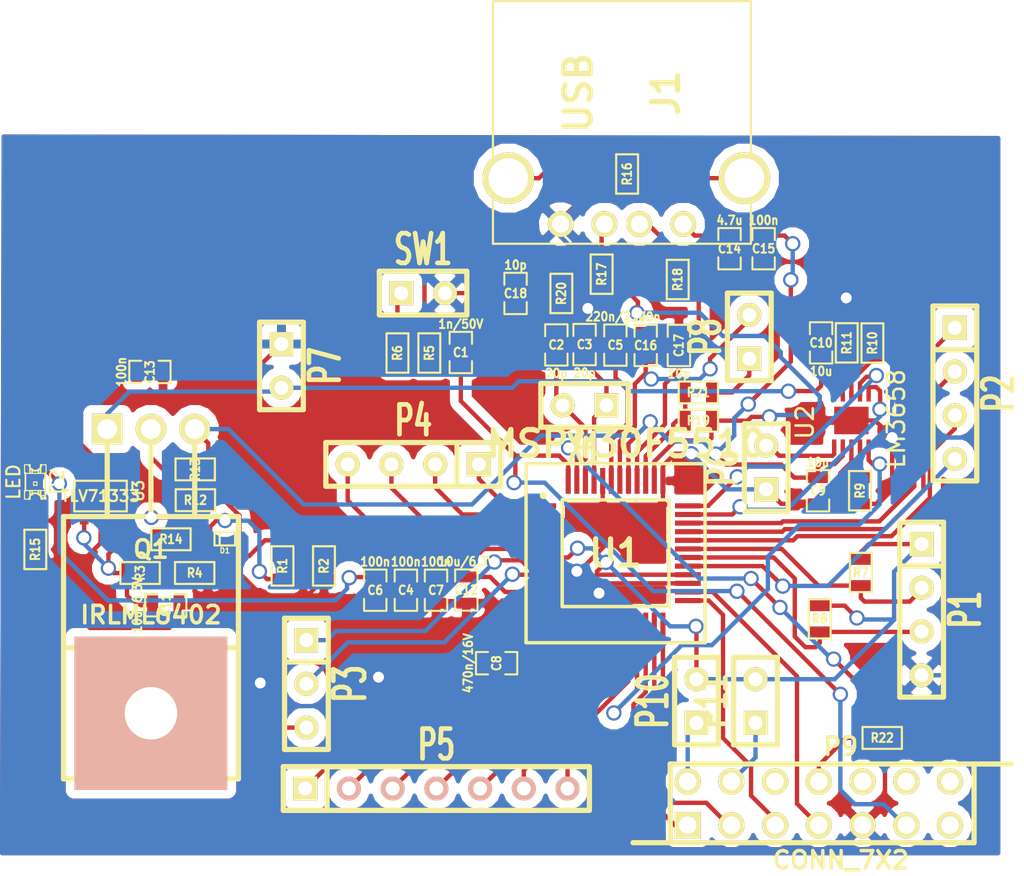
<source format=kicad_pcb>
(kicad_pcb (version 3) (host pcbnew "(2013-may-18)-stable")
  (layers (15 F.Cu mixed) (0 B.Cu mixed) (18 B.Paste user) (19 F.Paste user) (20 B.SilkS user) (21 F.SilkS user) (22 B.Mask user) (23 F.Mask user) (28 Edge.Cuts user))
  (net 0 "")
  (net 1 +3.3V)
  (net 2 +5V)
  (net 3 /Debug-Interface/#RST)
  (net 4 /Debug-Interface/TCK)
  (net 5 /Debug-Interface/TDI)
  (net 6 /Debug-Interface/TDO)
  (net 7 /Debug-Interface/TEST)
  (net 8 /Debug-Interface/TMS)
  (net 9 /power/CHR_EN)
  (net 10 /power/CR_S1)
  (net 11 /power/CR_S2)
  (net 12 /power/VSUP_A)
  (net 13 /power/VSUP_B)
  (net 14 /uController/CTS)
  (net 15 /uController/D+)
  (net 16 /uController/D-)
  (net 17 /uController/P20)
  (net 18 /uController/P54)
  (net 19 /uController/P55)
  (net 20 /uController/PUR)
  (net 21 /uController/RTS)
  (net 22 /uController/RXD)
  (net 23 /uController/SCL)
  (net 24 /uController/SDA)
  (net 25 /uController/TXD)
  (net 26 /uController/VUSB)
  (net 27 GND)
  (net 28 N-0000017)
  (net 29 N-0000018)
  (net 30 N-0000020)
  (net 31 N-0000021)
  (net 32 N-0000022)
  (net 33 N-0000023)
  (net 34 N-0000024)
  (net 35 N-0000025)
  (net 36 N-0000026)
  (net 37 N-0000029)
  (net 38 N-0000034)
  (net 39 N-0000035)
  (net 40 N-0000040)
  (net 41 N-0000041)
  (net 42 N-0000042)
  (net 43 N-0000043)
  (net 44 N-0000044)
  (net 45 N-0000045)
  (net 46 N-0000046)
  (net 47 N-0000047)
  (net 48 N-0000048)
  (net 49 N-0000049)
  (net 50 N-0000050)
  (net 51 N-0000051)
  (net 52 N-0000053)
  (net 53 N-0000054)
  (net 54 N-0000055)
  (net 55 N-0000056)
  (net 56 N-0000057)
  (net 57 N-0000058)
  (module USB_A (layer F.Cu) (at 161.66 31.68 90)
    (fp_text reference J1 (at 7.62 2.54 90) (layer F.SilkS) (effects (font (size 1.524 1.524) (thickness 0.3048))))
    (fp_text value USB (at 7.62 -2.54 90) (layer F.SilkS) (effects (font (size 1.524 1.524) (thickness 0.3048))))
    (pad 4 thru_hole circle (at 0 -3.556 90) (size 1.50114 1.50114) (drill 1.00076) (layers *.Cu *.Mask F.SilkS) (net 27 GND))
    (pad 3 thru_hole circle (at 0 -1.016 90) (size 1.50114 1.50114) (drill 1.00076) (layers *.Cu *.Mask F.SilkS) (net 54 N-0000055))
    (pad 2 thru_hole circle (at 0 1.016 90) (size 1.50114 1.50114) (drill 1.00076) (layers *.Cu *.Mask F.SilkS) (net 53 N-0000054))
    (pad 1 thru_hole circle (at 0 3.556 90) (size 1.50114 1.50114) (drill 1.00076) (layers *.Cu *.Mask F.SilkS) (net 2 +5V))
    (pad 5 thru_hole circle (at 2.667 -6.604 90) (size 2.99974 2.99974) (drill 2.30124) (layers *.Cu *.Mask F.SilkS) (net 55 N-0000056))
    (pad 6 thru_hole circle (at 2.667 7.112 90) (size 2.99974 2.99974) (drill 2.30124) (layers *.Cu *.Mask F.SilkS) (net 55 N-0000056))
  )
  (module TO220 (layer F.Cu) (at 134.3 43.59 270)
    (fp_text reference Q1 (at 6.985 0 360) (layer F.SilkS) (effects (font (size 1.016 1.016) (thickness 0.2032))))
    (fp_text value IRLML6402 (at 10.795 0 360) (layer F.SilkS) (effects (font (size 1.016 1.016) (thickness 0.2032))))
    (pad 1 thru_hole rect (at 0 2.54 270) (size 1.778 1.778) (drill 1.143) (layers *.Cu *.Mask F.SilkS) (net 47 N-0000047))
    (pad 2 thru_hole circle (at 0 -2.54 270) (size 1.778 1.778) (drill 1.143) (layers *.Cu *.Mask F.SilkS) (net 2 +5V))
    (pad 3 thru_hole circle (at 0 0 270) (size 1.778 1.778) (drill 1.143) (layers *.Cu *.Mask F.SilkS) (net 12 /power/VSUP_A))
    (pad 4 thru_hole rect (at 16.51 0 270) (size 8.89 8.89) (drill 3.048) (layers *.Cu *.SilkS *.Mask))
  )
  (module SOT23-5 (layer F.Cu) (at 131.37 47.48)
    (fp_text reference U3 (at 2.19964 -0.29972 90) (layer F.SilkS) (effects (font (size 0.635 0.635) (thickness 0.127))))
    (fp_text value TLV71333 (at 0 0) (layer F.SilkS) (effects (font (size 0.635 0.635) (thickness 0.127))))
    (pad 1 smd rect (at -0.9525 1.27) (size 0.508 0.762) (layers F.Cu F.Paste F.Mask) (net 13 /power/VSUP_B))
    (pad 3 smd rect (at 0.9525 1.27) (size 0.508 0.762) (layers F.Cu F.Paste F.Mask) (net 13 /power/VSUP_B))
    (pad 5 smd rect (at -0.9525 -1.27) (size 0.508 0.762) (layers F.Cu F.Paste F.Mask) (net 1 +3.3V))
    (pad 2 smd rect (at 0 1.27) (size 0.508 0.762) (layers F.Cu F.Paste F.Mask) (net 27 GND))
    (pad 4 smd rect (at 0.9525 -1.27) (size 0.508 0.762) (layers F.Cu F.Paste F.Mask))
  )
  (module sod523 (layer F.Cu) (at 138.59 49.95 180)
    (fp_text reference D1 (at 0 -0.70104 180) (layer F.SilkS) (effects (font (size 0.29972 0.29972) (thickness 0.07112))))
    (fp_text value DIODESCH hide)
    (pad 2 smd rect (at 0.8509 0 180) (size 0.59944 0.8001) (layers F.Cu F.Paste F.Mask) (net 12 /power/VSUP_A))
    (pad 1 smd rect (at -0.8509 0 180) (size 0.59944 0.8001) (layers F.Cu F.Paste F.Mask) (net 2 +5V))
  )
  (module SM0603_Capa (layer F.Cu) (at 159.49 38.68 90)
    (fp_text reference C3 (at 0 0 180) (layer F.SilkS) (effects (font (size 0.508 0.4572) (thickness 0.1143))))
    (fp_text value 20p (at -1.651 0 180) (layer F.SilkS) (effects (font (size 0.508 0.4572) (thickness 0.1143))))
    (pad 1 smd rect (at -0.762 0 90) (size 0.635 1.143) (layers F.Cu F.Paste F.Mask) (net 44 N-0000044))
    (pad 2 smd rect (at 0.762 0 90) (size 0.635 1.143) (layers F.Cu F.Paste F.Mask) (net 27 GND))
  )
  (module SM0603_Capa (layer F.Cu) (at 152.62 52.94 270)
    (fp_text reference C12 (at 0 0 360) (layer F.SilkS) (effects (font (size 0.508 0.4572) (thickness 0.1143))))
    (fp_text value 10u/6.3V (at -1.651 0 360) (layer F.SilkS) (effects (font (size 0.508 0.4572) (thickness 0.1143))))
    (pad 1 smd rect (at -0.762 0 270) (size 0.635 1.143) (layers F.Cu F.Paste F.Mask) (net 1 +3.3V))
    (pad 2 smd rect (at 0.762 0 270) (size 0.635 1.143) (layers F.Cu F.Paste F.Mask) (net 27 GND))
  )
  (module SM0603_Capa (layer F.Cu) (at 163.04 38.73 270)
    (fp_text reference C16 (at 0 0 360) (layer F.SilkS) (effects (font (size 0.508 0.4572) (thickness 0.1143))))
    (fp_text value 100n (at -1.651 0 360) (layer F.SilkS) (effects (font (size 0.508 0.4572) (thickness 0.1143))))
    (pad 1 smd rect (at -0.762 0 270) (size 0.635 1.143) (layers F.Cu F.Paste F.Mask) (net 27 GND))
    (pad 2 smd rect (at 0.762 0 270) (size 0.635 1.143) (layers F.Cu F.Paste F.Mask) (net 26 /uController/VUSB))
  )
  (module SM0603_Capa (layer F.Cu) (at 169.89 33.11 270)
    (fp_text reference C15 (at 0 0 360) (layer F.SilkS) (effects (font (size 0.508 0.4572) (thickness 0.1143))))
    (fp_text value 100n (at -1.651 0 360) (layer F.SilkS) (effects (font (size 0.508 0.4572) (thickness 0.1143))))
    (pad 1 smd rect (at -0.762 0 270) (size 0.635 1.143) (layers F.Cu F.Paste F.Mask) (net 2 +5V))
    (pad 2 smd rect (at 0.762 0 270) (size 0.635 1.143) (layers F.Cu F.Paste F.Mask) (net 27 GND))
  )
  (module SM0603_Capa (layer F.Cu) (at 167.91 33.11 270)
    (fp_text reference C14 (at 0 0 360) (layer F.SilkS) (effects (font (size 0.508 0.4572) (thickness 0.1143))))
    (fp_text value 4.7u (at -1.651 0 360) (layer F.SilkS) (effects (font (size 0.508 0.4572) (thickness 0.1143))))
    (pad 1 smd rect (at -0.762 0 270) (size 0.635 1.143) (layers F.Cu F.Paste F.Mask) (net 2 +5V))
    (pad 2 smd rect (at 0.762 0 270) (size 0.635 1.143) (layers F.Cu F.Paste F.Mask) (net 27 GND))
  )
  (module SM0603_Capa (layer F.Cu) (at 134.24 40.27)
    (fp_text reference C13 (at 0 0 90) (layer F.SilkS) (effects (font (size 0.508 0.4572) (thickness 0.1143))))
    (fp_text value 100n (at -1.651 0 90) (layer F.SilkS) (effects (font (size 0.508 0.4572) (thickness 0.1143))))
    (pad 1 smd rect (at -0.762 0) (size 0.635 1.143) (layers F.Cu F.Paste F.Mask) (net 1 +3.3V))
    (pad 2 smd rect (at 0.762 0) (size 0.635 1.143) (layers F.Cu F.Paste F.Mask) (net 27 GND))
  )
  (module SM0603_Capa (layer F.Cu) (at 135.16 53.82)
    (fp_text reference C11 (at 0 0 90) (layer F.SilkS) (effects (font (size 0.508 0.4572) (thickness 0.1143))))
    (fp_text value 10u/6.3V (at -1.651 0 90) (layer F.SilkS) (effects (font (size 0.508 0.4572) (thickness 0.1143))))
    (pad 1 smd rect (at -0.762 0) (size 0.635 1.143) (layers F.Cu F.Paste F.Mask) (net 13 /power/VSUP_B))
    (pad 2 smd rect (at 0.762 0) (size 0.635 1.143) (layers F.Cu F.Paste F.Mask) (net 27 GND))
  )
  (module SM0603_Capa (layer F.Cu) (at 152.3 39.14 270)
    (fp_text reference C1 (at 0 0 360) (layer F.SilkS) (effects (font (size 0.508 0.4572) (thickness 0.1143))))
    (fp_text value 1n/50V (at -1.651 0 360) (layer F.SilkS) (effects (font (size 0.508 0.4572) (thickness 0.1143))))
    (pad 1 smd rect (at -0.762 0 270) (size 0.635 1.143) (layers F.Cu F.Paste F.Mask) (net 27 GND))
    (pad 2 smd rect (at 0.762 0 270) (size 0.635 1.143) (layers F.Cu F.Paste F.Mask) (net 3 /Debug-Interface/#RST))
  )
  (module SM0603_Capa (layer F.Cu) (at 157.85 38.7 90)
    (fp_text reference C2 (at 0 0 180) (layer F.SilkS) (effects (font (size 0.508 0.4572) (thickness 0.1143))))
    (fp_text value 20p (at -1.651 0 180) (layer F.SilkS) (effects (font (size 0.508 0.4572) (thickness 0.1143))))
    (pad 1 smd rect (at -0.762 0 90) (size 0.635 1.143) (layers F.Cu F.Paste F.Mask) (net 39 N-0000035))
    (pad 2 smd rect (at 0.762 0 90) (size 0.635 1.143) (layers F.Cu F.Paste F.Mask) (net 27 GND))
  )
  (module SM0603_Capa (layer F.Cu) (at 147.33 52.95 270)
    (fp_text reference C6 (at 0 0 360) (layer F.SilkS) (effects (font (size 0.508 0.4572) (thickness 0.1143))))
    (fp_text value 100n (at -1.651 0 360) (layer F.SilkS) (effects (font (size 0.508 0.4572) (thickness 0.1143))))
    (pad 1 smd rect (at -0.762 0 270) (size 0.635 1.143) (layers F.Cu F.Paste F.Mask) (net 1 +3.3V))
    (pad 2 smd rect (at 0.762 0 270) (size 0.635 1.143) (layers F.Cu F.Paste F.Mask) (net 27 GND))
  )
  (module SM0603_Capa (layer F.Cu) (at 154.38 57.19)
    (fp_text reference C8 (at 0 0 90) (layer F.SilkS) (effects (font (size 0.508 0.4572) (thickness 0.1143))))
    (fp_text value 470n/16V (at -1.651 0 90) (layer F.SilkS) (effects (font (size 0.508 0.4572) (thickness 0.1143))))
    (pad 1 smd rect (at -0.762 0) (size 0.635 1.143) (layers F.Cu F.Paste F.Mask) (net 27 GND))
    (pad 2 smd rect (at 0.762 0) (size 0.635 1.143) (layers F.Cu F.Paste F.Mask) (net 40 N-0000040))
  )
  (module SM0603_Capa (layer F.Cu) (at 161.28 38.71 270)
    (fp_text reference C5 (at 0 0 360) (layer F.SilkS) (effects (font (size 0.508 0.4572) (thickness 0.1143))))
    (fp_text value 220n/25V (at -1.651 0 360) (layer F.SilkS) (effects (font (size 0.508 0.4572) (thickness 0.1143))))
    (pad 1 smd rect (at -0.762 0 270) (size 0.635 1.143) (layers F.Cu F.Paste F.Mask) (net 27 GND))
    (pad 2 smd rect (at 0.762 0 270) (size 0.635 1.143) (layers F.Cu F.Paste F.Mask) (net 41 N-0000041))
  )
  (module SM0603_Capa (layer F.Cu) (at 150.86 52.95 270)
    (fp_text reference C7 (at 0 0 360) (layer F.SilkS) (effects (font (size 0.508 0.4572) (thickness 0.1143))))
    (fp_text value 100n (at -1.651 0 360) (layer F.SilkS) (effects (font (size 0.508 0.4572) (thickness 0.1143))))
    (pad 1 smd rect (at -0.762 0 270) (size 0.635 1.143) (layers F.Cu F.Paste F.Mask) (net 1 +3.3V))
    (pad 2 smd rect (at 0.762 0 270) (size 0.635 1.143) (layers F.Cu F.Paste F.Mask) (net 27 GND))
  )
  (module SM0603_Capa (layer F.Cu) (at 149.11 52.95 270)
    (fp_text reference C4 (at 0 0 360) (layer F.SilkS) (effects (font (size 0.508 0.4572) (thickness 0.1143))))
    (fp_text value 100n (at -1.651 0 360) (layer F.SilkS) (effects (font (size 0.508 0.4572) (thickness 0.1143))))
    (pad 1 smd rect (at -0.762 0 270) (size 0.635 1.143) (layers F.Cu F.Paste F.Mask) (net 1 +3.3V))
    (pad 2 smd rect (at 0.762 0 270) (size 0.635 1.143) (layers F.Cu F.Paste F.Mask) (net 27 GND))
  )
  (module SM0603_Capa (layer F.Cu) (at 173.05 47.17 270)
    (fp_text reference C9 (at 0 0 360) (layer F.SilkS) (effects (font (size 0.508 0.4572) (thickness 0.1143))))
    (fp_text value 10u (at -1.651 0 360) (layer F.SilkS) (effects (font (size 0.508 0.4572) (thickness 0.1143))))
    (pad 1 smd rect (at -0.762 0 270) (size 0.635 1.143) (layers F.Cu F.Paste F.Mask) (net 2 +5V))
    (pad 2 smd rect (at 0.762 0 270) (size 0.635 1.143) (layers F.Cu F.Paste F.Mask) (net 27 GND))
  )
  (module SM0603_Capa (layer F.Cu) (at 155.48 35.71 270)
    (fp_text reference C18 (at 0 0 360) (layer F.SilkS) (effects (font (size 0.508 0.4572) (thickness 0.1143))))
    (fp_text value 10p (at -1.651 0 360) (layer F.SilkS) (effects (font (size 0.508 0.4572) (thickness 0.1143))))
    (pad 1 smd rect (at -0.762 0 270) (size 0.635 1.143) (layers F.Cu F.Paste F.Mask) (net 15 /uController/D+))
    (pad 2 smd rect (at 0.762 0 270) (size 0.635 1.143) (layers F.Cu F.Paste F.Mask) (net 27 GND))
  )
  (module SM0603_Capa (layer F.Cu) (at 164.97 38.73 90)
    (fp_text reference C17 (at 0 0 90) (layer F.SilkS) (effects (font (size 0.508 0.4572) (thickness 0.1143))))
    (fp_text value 10p (at -1.651 0 180) (layer F.SilkS) (effects (font (size 0.508 0.4572) (thickness 0.1143))))
    (pad 1 smd rect (at -0.762 0 90) (size 0.635 1.143) (layers F.Cu F.Paste F.Mask) (net 16 /uController/D-))
    (pad 2 smd rect (at 0.762 0 90) (size 0.635 1.143) (layers F.Cu F.Paste F.Mask) (net 27 GND))
  )
  (module SM0603_Capa (layer F.Cu) (at 173.23 38.58 90)
    (fp_text reference C10 (at 0 0 180) (layer F.SilkS) (effects (font (size 0.508 0.4572) (thickness 0.1143))))
    (fp_text value 10u (at -1.651 0 180) (layer F.SilkS) (effects (font (size 0.508 0.4572) (thickness 0.1143))))
    (pad 1 smd rect (at -0.762 0 90) (size 0.635 1.143) (layers F.Cu F.Paste F.Mask) (net 47 N-0000047))
    (pad 2 smd rect (at 0.762 0 90) (size 0.635 1.143) (layers F.Cu F.Paste F.Mask) (net 27 GND))
  )
  (module SM0603 (layer F.Cu) (at 164.9 34.9 270)
    (fp_text reference R18 (at 0 0 270) (layer F.SilkS) (effects (font (size 0.508 0.4572) (thickness 0.1143))))
    (fp_text value 27 hide)
    (pad 1 smd rect (at -0.762 0 270) (size 0.635 1.143) (layers F.Cu F.Paste F.Mask) (net 53 N-0000054))
    (pad 2 smd rect (at 0.762 0 270) (size 0.635 1.143) (layers F.Cu F.Paste F.Mask) (net 16 /uController/D-))
  )
  (module SM0603 (layer F.Cu) (at 136.87 45.93)
    (fp_text reference R13 (at 0 0 90) (layer F.SilkS) (effects (font (size 0.508 0.4572) (thickness 0.1143))))
    (fp_text value 0 hide)
    (pad 1 smd rect (at -0.762 0) (size 0.635 1.143) (layers F.Cu F.Paste F.Mask) (net 12 /power/VSUP_A))
    (pad 2 smd rect (at 0.762 0) (size 0.635 1.143) (layers F.Cu F.Paste F.Mask) (net 2 +5V))
  )
  (module SM0603 (layer F.Cu) (at 135.46 49.99)
    (fp_text reference R14 (at 0 0) (layer F.SilkS) (effects (font (size 0.508 0.4572) (thickness 0.1143))))
    (fp_text value 10 hide)
    (pad 1 smd rect (at -0.762 0) (size 0.635 1.143) (layers F.Cu F.Paste F.Mask) (net 13 /power/VSUP_B))
    (pad 2 smd rect (at 0.762 0) (size 0.635 1.143) (layers F.Cu F.Paste F.Mask) (net 12 /power/VSUP_A))
  )
  (module SM0603 (layer F.Cu) (at 136.88 47.72 180)
    (fp_text reference R12 (at 0 0 180) (layer F.SilkS) (effects (font (size 0.508 0.4572) (thickness 0.1143))))
    (fp_text value 10k hide)
    (pad 1 smd rect (at -0.762 0 180) (size 0.635 1.143) (layers F.Cu F.Paste F.Mask) (net 2 +5V))
    (pad 2 smd rect (at 0.762 0 180) (size 0.635 1.143) (layers F.Cu F.Paste F.Mask) (net 27 GND))
  )
  (module SM0603 (layer F.Cu) (at 127.58 50.58 270)
    (fp_text reference R15 (at 0 0 270) (layer F.SilkS) (effects (font (size 0.508 0.4572) (thickness 0.1143))))
    (fp_text value 2k hide)
    (pad 1 smd rect (at -0.762 0 270) (size 0.635 1.143) (layers F.Cu F.Paste F.Mask) (net 48 N-0000048))
    (pad 2 smd rect (at 0.762 0 270) (size 0.635 1.143) (layers F.Cu F.Paste F.Mask) (net 27 GND))
  )
  (module SM0603 (layer F.Cu) (at 160.48 34.59 270)
    (fp_text reference R17 (at 0 0 270) (layer F.SilkS) (effects (font (size 0.508 0.4572) (thickness 0.1143))))
    (fp_text value 27 hide)
    (pad 1 smd rect (at -0.762 0 270) (size 0.635 1.143) (layers F.Cu F.Paste F.Mask) (net 54 N-0000055))
    (pad 2 smd rect (at 0.762 0 270) (size 0.635 1.143) (layers F.Cu F.Paste F.Mask) (net 15 /uController/D+))
  )
  (module SM0603 (layer F.Cu) (at 174.72 38.58 90)
    (fp_text reference R11 (at 0 0 90) (layer F.SilkS) (effects (font (size 0.508 0.4572) (thickness 0.1143))))
    (fp_text value 10k hide)
    (pad 1 smd rect (at -0.762 0 90) (size 0.635 1.143) (layers F.Cu F.Paste F.Mask) (net 51 N-0000051))
    (pad 2 smd rect (at 0.762 0 90) (size 0.635 1.143) (layers F.Cu F.Paste F.Mask) (net 27 GND))
  )
  (module SM0603 (layer F.Cu) (at 161.96 28.77 90)
    (fp_text reference R16 (at 0 0 90) (layer F.SilkS) (effects (font (size 0.508 0.4572) (thickness 0.1143))))
    (fp_text value 33k hide)
    (pad 1 smd rect (at -0.762 0 90) (size 0.635 1.143) (layers F.Cu F.Paste F.Mask) (net 27 GND))
    (pad 2 smd rect (at 0.762 0 90) (size 0.635 1.143) (layers F.Cu F.Paste F.Mask) (net 55 N-0000056))
  )
  (module SM0603 (layer F.Cu) (at 166.1 43.1 180)
    (fp_text reference R19 (at 0 0 180) (layer F.SilkS) (effects (font (size 0.508 0.4572) (thickness 0.1143))))
    (fp_text value 1.5k hide)
    (pad 1 smd rect (at -0.762 0 180) (size 0.635 1.143) (layers F.Cu F.Paste F.Mask) (net 15 /uController/D+))
    (pad 2 smd rect (at 0.762 0 180) (size 0.635 1.143) (layers F.Cu F.Paste F.Mask) (net 20 /uController/PUR))
  )
  (module SM0603 (layer F.Cu) (at 166.1 41.46 180)
    (fp_text reference R21 (at 0 0 180) (layer F.SilkS) (effects (font (size 0.508 0.4572) (thickness 0.1143))))
    (fp_text value 100 hide)
    (pad 1 smd rect (at -0.762 0 180) (size 0.635 1.143) (layers F.Cu F.Paste F.Mask) (net 52 N-0000053))
    (pad 2 smd rect (at 0.762 0 180) (size 0.635 1.143) (layers F.Cu F.Paste F.Mask) (net 20 /uController/PUR))
  )
  (module SM0603 (layer F.Cu) (at 158.14 35.71 90)
    (fp_text reference R20 (at 0 0 90) (layer F.SilkS) (effects (font (size 0.508 0.4572) (thickness 0.1143))))
    (fp_text value 1M hide)
    (pad 1 smd rect (at -0.762 0 90) (size 0.635 1.143) (layers F.Cu F.Paste F.Mask) (net 27 GND))
    (pad 2 smd rect (at 0.762 0 90) (size 0.635 1.143) (layers F.Cu F.Paste F.Mask) (net 15 /uController/D+))
  )
  (module SM0603 (layer F.Cu) (at 176.78 61.53)
    (fp_text reference R22 (at 0 0) (layer F.SilkS) (effects (font (size 0.508 0.4572) (thickness 0.1143))))
    (fp_text value 33k hide)
    (pad 1 smd rect (at -0.762 0) (size 0.635 1.143) (layers F.Cu F.Paste F.Mask) (net 7 /Debug-Interface/TEST))
    (pad 2 smd rect (at 0.762 0) (size 0.635 1.143) (layers F.Cu F.Paste F.Mask) (net 27 GND))
  )
  (module SM0603 (layer F.Cu) (at 175.54 51.92 270)
    (fp_text reference R7 (at 0 0 360) (layer F.SilkS) (effects (font (size 0.508 0.4572) (thickness 0.1143))))
    (fp_text value 4.7k hide)
    (pad 1 smd rect (at -0.762 0 270) (size 0.635 1.143) (layers F.Cu F.Paste F.Mask) (net 1 +3.3V))
    (pad 2 smd rect (at 0.762 0 270) (size 0.635 1.143) (layers F.Cu F.Paste F.Mask) (net 23 /uController/SCL))
  )
  (module SM0603 (layer F.Cu) (at 141.94 51.54 90)
    (fp_text reference R1 (at 0 0 90) (layer F.SilkS) (effects (font (size 0.508 0.4572) (thickness 0.1143))))
    (fp_text value 470k hide)
    (pad 1 smd rect (at -0.762 0 90) (size 0.635 1.143) (layers F.Cu F.Paste F.Mask) (net 12 /power/VSUP_A))
    (pad 2 smd rect (at 0.762 0 90) (size 0.635 1.143) (layers F.Cu F.Paste F.Mask) (net 42 N-0000042))
  )
  (module SM0603 (layer F.Cu) (at 133.67 51.95)
    (fp_text reference R3 (at 0 0 90) (layer F.SilkS) (effects (font (size 0.508 0.4572) (thickness 0.1143))))
    (fp_text value 470k hide)
    (pad 1 smd rect (at -0.762 0) (size 0.635 1.143) (layers F.Cu F.Paste F.Mask) (net 13 /power/VSUP_B))
    (pad 2 smd rect (at 0.762 0) (size 0.635 1.143) (layers F.Cu F.Paste F.Mask) (net 43 N-0000043))
  )
  (module SM0603 (layer F.Cu) (at 144.35 51.54 270)
    (fp_text reference R2 (at 0 0 270) (layer F.SilkS) (effects (font (size 0.508 0.4572) (thickness 0.1143))))
    (fp_text value 220k hide)
    (pad 1 smd rect (at -0.762 0 270) (size 0.635 1.143) (layers F.Cu F.Paste F.Mask) (net 42 N-0000042))
    (pad 2 smd rect (at 0.762 0 270) (size 0.635 1.143) (layers F.Cu F.Paste F.Mask) (net 27 GND))
  )
  (module SM0603 (layer F.Cu) (at 136.84 51.95)
    (fp_text reference R4 (at 0 0) (layer F.SilkS) (effects (font (size 0.508 0.4572) (thickness 0.1143))))
    (fp_text value 220k hide)
    (pad 1 smd rect (at -0.762 0) (size 0.635 1.143) (layers F.Cu F.Paste F.Mask) (net 43 N-0000043))
    (pad 2 smd rect (at 0.762 0) (size 0.635 1.143) (layers F.Cu F.Paste F.Mask) (net 27 GND))
  )
  (module SM0603 (layer F.Cu) (at 148.62 39.17 90)
    (fp_text reference R6 (at 0 0 90) (layer F.SilkS) (effects (font (size 0.508 0.4572) (thickness 0.1143))))
    (fp_text value 330 hide)
    (pad 1 smd rect (at -0.762 0 90) (size 0.635 1.143) (layers F.Cu F.Paste F.Mask) (net 3 /Debug-Interface/#RST))
    (pad 2 smd rect (at 0.762 0 90) (size 0.635 1.143) (layers F.Cu F.Paste F.Mask) (net 45 N-0000045))
  )
  (module SM0603 (layer F.Cu) (at 150.47 39.17 270)
    (fp_text reference R5 (at 0 0 270) (layer F.SilkS) (effects (font (size 0.508 0.4572) (thickness 0.1143))))
    (fp_text value 33k hide)
    (pad 1 smd rect (at -0.762 0 270) (size 0.635 1.143) (layers F.Cu F.Paste F.Mask) (net 1 +3.3V))
    (pad 2 smd rect (at 0.762 0 270) (size 0.635 1.143) (layers F.Cu F.Paste F.Mask) (net 3 /Debug-Interface/#RST))
  )
  (module SM0603 (layer F.Cu) (at 175.49 47.17 270)
    (fp_text reference R9 (at 0 0 270) (layer F.SilkS) (effects (font (size 0.508 0.4572) (thickness 0.1143))))
    (fp_text value 10k hide)
    (pad 1 smd rect (at -0.762 0 270) (size 0.635 1.143) (layers F.Cu F.Paste F.Mask) (net 50 N-0000050))
    (pad 2 smd rect (at 0.762 0 270) (size 0.635 1.143) (layers F.Cu F.Paste F.Mask) (net 27 GND))
  )
  (module SM0603 (layer F.Cu) (at 173.15 54.61 270)
    (fp_text reference R8 (at 0 0 360) (layer F.SilkS) (effects (font (size 0.508 0.4572) (thickness 0.1143))))
    (fp_text value 4.7k hide)
    (pad 1 smd rect (at -0.762 0 270) (size 0.635 1.143) (layers F.Cu F.Paste F.Mask) (net 1 +3.3V))
    (pad 2 smd rect (at 0.762 0 270) (size 0.635 1.143) (layers F.Cu F.Paste F.Mask) (net 24 /uController/SDA))
  )
  (module SM0603 (layer F.Cu) (at 176.21 38.59 90)
    (fp_text reference R10 (at 0 0 90) (layer F.SilkS) (effects (font (size 0.508 0.4572) (thickness 0.1143))))
    (fp_text value 10k hide)
    (pad 1 smd rect (at -0.762 0 90) (size 0.635 1.143) (layers F.Cu F.Paste F.Mask) (net 49 N-0000049))
    (pad 2 smd rect (at 0.762 0 90) (size 0.635 1.143) (layers F.Cu F.Paste F.Mask) (net 27 GND))
  )
  (module SIL-7 (layer F.Cu) (at 150.88 64.47)
    (fp_text reference P5 (at 0 -2.54) (layer F.SilkS) (effects (font (size 1.72974 1.08712) (thickness 0.3048))))
    (fp_text value CONN_7 hide)
    (pad 1 thru_hole rect (at -7.62 0) (size 1.397 1.397) (drill 0.8128) (layers *.Cu *.Mask F.SilkS) (net 30 N-0000020))
    (pad 2 thru_hole circle (at -5.08 0) (size 1.397 1.397) (drill 0.8128) (layers *.Cu *.SilkS *.Mask) (net 31 N-0000021))
    (pad 3 thru_hole circle (at -2.54 0) (size 1.397 1.397) (drill 0.8128) (layers *.Cu *.SilkS *.Mask) (net 32 N-0000022))
    (pad 4 thru_hole circle (at 0 0) (size 1.397 1.397) (drill 0.8128) (layers *.Cu *.SilkS *.Mask) (net 33 N-0000023))
    (pad 5 thru_hole circle (at 2.54 0) (size 1.397 1.397) (drill 0.8128) (layers *.Cu *.SilkS *.Mask) (net 34 N-0000024))
    (pad 6 thru_hole circle (at 5.08 0) (size 1.397 1.397) (drill 0.8128) (layers *.Cu *.SilkS *.Mask) (net 35 N-0000025))
    (pad 7 thru_hole circle (at 7.62 0) (size 1.397 1.397) (drill 0.8128) (layers *.Cu *.SilkS *.Mask) (net 36 N-0000026))
  )
  (module SIL-4 (layer F.Cu) (at 149.54 45.64 180)
    (fp_text reference P4 (at 0 2.54 180) (layer F.SilkS) (effects (font (size 1.73482 1.08712) (thickness 0.3048))))
    (fp_text value CONN_4 hide)
    (pad 1 thru_hole rect (at -3.81 0 180) (size 1.397 1.397) (drill 0.8128) (layers *.Cu *.Mask F.SilkS) (net 38 N-0000034))
    (pad 2 thru_hole circle (at -1.27 0 180) (size 1.397 1.397) (drill 0.8128) (layers *.Cu *.Mask F.SilkS) (net 37 N-0000029))
    (pad 3 thru_hole circle (at 1.27 0 180) (size 1.397 1.397) (drill 0.8128) (layers *.Cu *.Mask F.SilkS) (net 28 N-0000017))
    (pad 4 thru_hole circle (at 3.81 0 180) (size 1.397 1.397) (drill 0.8128) (layers *.Cu *.Mask F.SilkS) (net 29 N-0000018))
  )
  (module SIL-4 (layer F.Cu) (at 179.07 54.08 270)
    (fp_text reference P1 (at 0 -2.54 270) (layer F.SilkS) (effects (font (size 1.73482 1.08712) (thickness 0.3048))))
    (fp_text value CONN_4 hide)
    (pad 1 thru_hole rect (at -3.81 0 270) (size 1.397 1.397) (drill 0.8128) (layers *.Cu *.Mask F.SilkS) (net 1 +3.3V))
    (pad 2 thru_hole circle (at -1.27 0 270) (size 1.397 1.397) (drill 0.8128) (layers *.Cu *.Mask F.SilkS) (net 23 /uController/SCL))
    (pad 3 thru_hole circle (at 1.27 0 270) (size 1.397 1.397) (drill 0.8128) (layers *.Cu *.Mask F.SilkS) (net 24 /uController/SDA))
    (pad 4 thru_hole circle (at 3.81 0 270) (size 1.397 1.397) (drill 0.8128) (layers *.Cu *.Mask F.SilkS) (net 27 GND))
  )
  (module SIL-4 (layer F.Cu) (at 181 41.52 270)
    (fp_text reference P2 (at 0 -2.54 270) (layer F.SilkS) (effects (font (size 1.73482 1.08712) (thickness 0.3048))))
    (fp_text value CONN_4 hide)
    (pad 1 thru_hole rect (at -3.81 0 270) (size 1.397 1.397) (drill 0.8128) (layers *.Cu *.Mask F.SilkS) (net 22 /uController/RXD))
    (pad 2 thru_hole circle (at -1.27 0 270) (size 1.397 1.397) (drill 0.8128) (layers *.Cu *.Mask F.SilkS) (net 25 /uController/TXD))
    (pad 3 thru_hole circle (at 1.27 0 270) (size 1.397 1.397) (drill 0.8128) (layers *.Cu *.Mask F.SilkS) (net 21 /uController/RTS))
    (pad 4 thru_hole circle (at 3.81 0 270) (size 1.397 1.397) (drill 0.8128) (layers *.Cu *.Mask F.SilkS) (net 14 /uController/CTS))
  )
  (module SIL-3 (layer F.Cu) (at 143.33 58.39 270)
    (fp_text reference P3 (at 0 -2.54 270) (layer F.SilkS) (effects (font (size 1.7907 1.07696) (thickness 0.3048))))
    (fp_text value CONN_3 hide)
    (pad 1 thru_hole rect (at -2.54 0 270) (size 1.397 1.397) (drill 0.8128) (layers *.Cu *.Mask F.SilkS) (net 18 /uController/P54))
    (pad 2 thru_hole circle (at 0 0 270) (size 1.397 1.397) (drill 0.8128) (layers *.Cu *.Mask F.SilkS) (net 19 /uController/P55))
    (pad 3 thru_hole circle (at 2.54 0 270) (size 1.397 1.397) (drill 0.8128) (layers *.Cu *.Mask F.SilkS) (net 17 /uController/P20))
  )
  (module SIL-2 (layer F.Cu) (at 159.49 42.21 180)
    (fp_text reference X1 (at 0 -2.54 180) (layer F.SilkS) (effects (font (size 1.72974 1.08712) (thickness 0.3048))))
    (fp_text value 8MHz hide)
    (pad 1 thru_hole rect (at -1.27 0 180) (size 1.397 1.397) (drill 0.8128) (layers *.Cu *.Mask F.SilkS) (net 44 N-0000044))
    (pad 2 thru_hole circle (at 1.27 0 180) (size 1.397 1.397) (drill 0.8128) (layers *.Cu *.Mask F.SilkS) (net 39 N-0000035))
  )
  (module SIL-2 (layer F.Cu) (at 169.42 59.39 90)
    (fp_text reference P11 (at 0 -2.54 90) (layer F.SilkS) (effects (font (size 1.72974 1.08712) (thickness 0.3048))))
    (fp_text value CONN_2 hide)
    (pad 1 thru_hole rect (at -1.27 0 90) (size 1.397 1.397) (drill 0.8128) (layers *.Cu *.Mask F.SilkS) (net 56 N-0000057))
    (pad 2 thru_hole circle (at 1.27 0 90) (size 1.397 1.397) (drill 0.8128) (layers *.Cu *.Mask F.SilkS) (net 1 +3.3V))
  )
  (module SIL-2 (layer F.Cu) (at 165.99 59.39 90)
    (fp_text reference P10 (at 0 -2.54 90) (layer F.SilkS) (effects (font (size 1.72974 1.08712) (thickness 0.3048))))
    (fp_text value CONN_2 hide)
    (pad 1 thru_hole rect (at -1.27 0 90) (size 1.397 1.397) (drill 0.8128) (layers *.Cu *.Mask F.SilkS) (net 57 N-0000058))
    (pad 2 thru_hole circle (at 1.27 0 90) (size 1.397 1.397) (drill 0.8128) (layers *.Cu *.Mask F.SilkS) (net 1 +3.3V))
  )
  (module SIL-2 (layer F.Cu) (at 170.04 45.82 90)
    (fp_text reference P6 (at 0 -2.54 90) (layer F.SilkS) (effects (font (size 1.72974 1.08712) (thickness 0.3048))))
    (fp_text value CONN_2 hide)
    (pad 1 thru_hole rect (at -1.27 0 90) (size 1.397 1.397) (drill 0.8128) (layers *.Cu *.Mask F.SilkS) (net 27 GND))
    (pad 2 thru_hole circle (at 1.27 0 90) (size 1.397 1.397) (drill 0.8128) (layers *.Cu *.Mask F.SilkS) (net 46 N-0000046))
  )
  (module SIL-2 (layer F.Cu) (at 169.06 38.23 90)
    (fp_text reference P8 (at 0 -2.54 90) (layer F.SilkS) (effects (font (size 1.72974 1.08712) (thickness 0.3048))))
    (fp_text value CONN_2 hide)
    (pad 1 thru_hole rect (at -1.27 0 90) (size 1.397 1.397) (drill 0.8128) (layers *.Cu *.Mask F.SilkS) (net 52 N-0000053))
    (pad 2 thru_hole circle (at 1.27 0 90) (size 1.397 1.397) (drill 0.8128) (layers *.Cu *.Mask F.SilkS) (net 26 /uController/VUSB))
  )
  (module SIL-2 (layer F.Cu) (at 150.11 35.69)
    (fp_text reference SW1 (at 0 -2.54) (layer F.SilkS) (effects (font (size 1.72974 1.08712) (thickness 0.3048))))
    (fp_text value SW_PUSH hide)
    (pad 1 thru_hole rect (at -1.27 0) (size 1.397 1.397) (drill 0.8128) (layers *.Cu *.Mask F.SilkS) (net 45 N-0000045))
    (pad 2 thru_hole circle (at 1.27 0) (size 1.397 1.397) (drill 0.8128) (layers *.Cu *.Mask F.SilkS) (net 27 GND))
  )
  (module SIL-2 (layer F.Cu) (at 141.88 39.92 270)
    (fp_text reference P7 (at 0 -2.54 270) (layer F.SilkS) (effects (font (size 1.72974 1.08712) (thickness 0.3048))))
    (fp_text value CONN_2 hide)
    (pad 1 thru_hole rect (at -1.27 0 270) (size 1.397 1.397) (drill 0.8128) (layers *.Cu *.Mask F.SilkS) (net 27 GND))
    (pad 2 thru_hole circle (at 1.27 0 270) (size 1.397 1.397) (drill 0.8128) (layers *.Cu *.Mask F.SilkS) (net 47 N-0000047))
  )
  (module pin_array_7x2 (layer F.Cu) (at 174.37 65.33)
    (fp_text reference P9 (at 0 -3.302) (layer F.SilkS) (effects (font (size 1.016 1.016) (thickness 0.2032))))
    (fp_text value CONN_7X2 (at 0 3.302) (layer F.SilkS) (effects (font (size 1.016 1.016) (thickness 0.2032))))
    (pad 1 thru_hole rect (at -8.89 1.27) (size 1.524 1.524) (drill 1.016) (layers *.Cu *.Mask F.SilkS) (net 6 /Debug-Interface/TDO))
    (pad 2 thru_hole circle (at -8.89 -1.27) (size 1.524 1.524) (drill 1.016) (layers *.Cu *.Mask F.SilkS) (net 57 N-0000058))
    (pad 3 thru_hole circle (at -6.35 1.27) (size 1.524 1.524) (drill 1.016) (layers *.Cu *.Mask F.SilkS) (net 5 /Debug-Interface/TDI))
    (pad 4 thru_hole circle (at -6.35 -1.27) (size 1.524 1.524) (drill 1.016) (layers *.Cu *.Mask F.SilkS) (net 56 N-0000057))
    (pad 5 thru_hole circle (at -3.81 1.27) (size 1.524 1.524) (drill 1.016) (layers *.Cu *.Mask F.SilkS) (net 8 /Debug-Interface/TMS))
    (pad 6 thru_hole circle (at -3.81 -1.27) (size 1.524 1.524) (drill 1.016) (layers *.Cu *.Mask F.SilkS))
    (pad 7 thru_hole circle (at -1.27 1.27) (size 1.524 1.524) (drill 1.016) (layers *.Cu *.Mask F.SilkS) (net 4 /Debug-Interface/TCK))
    (pad 8 thru_hole circle (at -1.27 -1.27) (size 1.524 1.524) (drill 1.016) (layers *.Cu *.Mask F.SilkS) (net 7 /Debug-Interface/TEST))
    (pad 9 thru_hole circle (at 1.27 1.27) (size 1.524 1.524) (drill 1.016) (layers *.Cu *.Mask F.SilkS) (net 27 GND))
    (pad 10 thru_hole circle (at 1.27 -1.27) (size 1.524 1.524) (drill 1.016) (layers *.Cu *.Mask F.SilkS))
    (pad 11 thru_hole circle (at 3.81 1.27) (size 1.524 1.524) (drill 1.016) (layers *.Cu *.Mask F.SilkS) (net 3 /Debug-Interface/#RST))
    (pad 12 thru_hole circle (at 3.81 -1.27) (size 1.524 1.524) (drill 1.016) (layers *.Cu *.Mask F.SilkS))
    (pad 13 thru_hole circle (at 6.35 1.27) (size 1.524 1.524) (drill 1.016) (layers *.Cu *.Mask F.SilkS))
    (pad 14 thru_hole circle (at 6.35 -1.27) (size 1.524 1.524) (drill 1.016) (layers *.Cu *.Mask F.SilkS))
  )
  (module LM3658 (layer F.Cu) (at 174.99 43.09 90)
    (fp_text reference U2 (at -0.1 -2.7 90) (layer F.SilkS))
    (fp_text value LM3658 (at 0.1 2.6 90) (layer F.SilkS))
    (pad 1 smd rect (at -1.4 -1 90) (size 0.6 0.25) (layers F.Cu F.Paste F.Mask) (net 46 N-0000046))
    (pad 2 smd rect (at -1.4 -0.5 90) (size 0.6 0.25) (layers F.Cu F.Paste F.Mask) (net 2 +5V))
    (pad 3 smd rect (at -1.4 0 90) (size 0.6 0.25) (layers F.Cu F.Paste F.Mask) (net 27 GND))
    (pad 4 smd rect (at -1.4 0.5 90) (size 0.6 0.25) (layers F.Cu F.Paste F.Mask) (net 50 N-0000050))
    (pad 5 smd rect (at -1.4 1 90) (size 0.6 0.25) (layers F.Cu F.Paste F.Mask) (net 9 /power/CHR_EN))
    (pad 6 smd rect (at 1.4 1 90) (size 0.6 0.25) (layers F.Cu F.Paste F.Mask) (net 11 /power/CR_S2))
    (pad 7 smd rect (at 1.4 0.5 90) (size 0.6 0.25) (layers F.Cu F.Paste F.Mask) (net 10 /power/CR_S1))
    (pad 8 smd rect (at 1.4 0 90) (size 0.6 0.25) (layers F.Cu F.Paste F.Mask) (net 49 N-0000049))
    (pad 9 smd rect (at 1.4 -0.5 90) (size 0.6 0.25) (layers F.Cu F.Paste F.Mask) (net 51 N-0000051))
    (pad 10 smd rect (at 1.4 -1 90) (size 0.6 0.25) (layers F.Cu F.Paste F.Mask) (net 47 N-0000047))
    (pad 11 smd rect (at 0 0 90) (size 1.6 2) (layers F.Cu F.Paste F.Mask) (net 27 GND))
  )
  (module LED-0805 (layer F.Cu) (at 127.58 46.66 270)
    (fp_text reference D2 (at 0 -1.27 270) (layer F.SilkS) (effects (font (size 0.762 0.762) (thickness 0.127))))
    (fp_text value LED (at 0 1.27 270) (layer F.SilkS) (effects (font (size 0.762 0.762) (thickness 0.127))))
    (pad 1 smd rect (at -1.04902 0 270) (size 1.19888 1.19888) (layers F.Cu F.Paste F.Mask) (net 1 +3.3V))
    (pad 2 smd rect (at 1.04902 0 270) (size 1.19888 1.19888) (layers F.Cu F.Paste F.Mask) (net 48 N-0000048))
  )
  (module IPC_QFP50P900X900X160-48N (layer F.Cu) (at 161.29 50.8)
    (fp_text reference U1 (at 0 0) (layer F.SilkS) (effects (font (size 1.524 1.524) (thickness 0.3048))))
    (fp_text value MSP430F5510 (at 0.635 -6.35) (layer F.SilkS) (effects (font (size 1.524 1.524) (thickness 0.3048))))
    (pad 1 smd rect (at -4.20116 -2.75082) (size 1.50114 0.29972) (layers F.Cu F.Paste F.Mask) (net 38 N-0000034))
    (pad 13 smd rect (at -2.75082 4.20116 90) (size 1.50114 0.29972) (layers F.Cu F.Paste F.Mask) (net 40 N-0000040))
    (pad 25 smd rect (at 4.20116 2.75082 180) (size 1.50114 0.29972) (layers F.Cu F.Paste F.Mask) (net 8 /Debug-Interface/TMS))
    (pad 37 smd rect (at 2.75082 -4.20116 270) (size 1.50114 0.29972) (layers F.Cu F.Paste F.Mask) (net 27 GND))
    (pad 2 smd rect (at -4.20116 -2.25044) (size 1.50114 0.29972) (layers F.Cu F.Paste F.Mask) (net 37 N-0000029))
    (pad 14 smd rect (at -2.25044 4.20116 90) (size 1.50114 0.29972) (layers F.Cu F.Paste F.Mask) (net 30 N-0000020))
    (pad 26 smd rect (at 4.20116 2.25044 180) (size 1.50114 0.29972) (layers F.Cu F.Paste F.Mask) (net 4 /Debug-Interface/TCK))
    (pad 38 smd rect (at 2.25044 -4.20116 270) (size 1.50114 0.29972) (layers F.Cu F.Paste F.Mask) (net 15 /uController/D+))
    (pad 3 smd rect (at -4.20116 -1.75006) (size 1.50114 0.29972) (layers F.Cu F.Paste F.Mask) (net 28 N-0000017))
    (pad 15 smd rect (at -1.75006 4.20116 90) (size 1.50114 0.29972) (layers F.Cu F.Paste F.Mask) (net 31 N-0000021))
    (pad 27 smd rect (at 4.20116 1.75006 180) (size 1.50114 0.29972) (layers F.Cu F.Paste F.Mask) (net 27 GND))
    (pad 39 smd rect (at 1.75006 -4.20116 270) (size 1.50114 0.29972) (layers F.Cu F.Paste F.Mask) (net 20 /uController/PUR))
    (pad 4 smd rect (at -4.20116 -1.24968) (size 1.50114 0.29972) (layers F.Cu F.Paste F.Mask) (net 29 N-0000018))
    (pad 16 smd rect (at -1.24968 4.20116 90) (size 1.50114 0.29972) (layers F.Cu F.Paste F.Mask) (net 32 N-0000022))
    (pad 28 smd rect (at 4.20116 1.24968 180) (size 1.50114 0.29972) (layers F.Cu F.Paste F.Mask) (net 1 +3.3V))
    (pad 40 smd rect (at 1.24968 -4.20116 270) (size 1.50114 0.29972) (layers F.Cu F.Paste F.Mask) (net 16 /uController/D-))
    (pad 5 smd rect (at -4.20116 -0.7493) (size 1.50114 0.29972) (layers F.Cu F.Paste F.Mask) (net 43 N-0000043))
    (pad 17 smd rect (at -0.7493 4.20116 90) (size 1.50114 0.29972) (layers F.Cu F.Paste F.Mask) (net 33 N-0000023))
    (pad 29 smd rect (at 4.20116 0.7493 180) (size 1.50114 0.29972) (layers F.Cu F.Paste F.Mask) (net 14 /uController/CTS))
    (pad 41 smd rect (at 0.7493 -4.20116 270) (size 1.50114 0.29972) (layers F.Cu F.Paste F.Mask) (net 2 +5V))
    (pad 6 smd rect (at -4.20116 -0.24892) (size 1.50114 0.29972) (layers F.Cu F.Paste F.Mask) (net 42 N-0000042))
    (pad 18 smd rect (at -0.24892 4.20116 90) (size 1.50114 0.29972) (layers F.Cu F.Paste F.Mask) (net 34 N-0000024))
    (pad 30 smd rect (at 4.20116 0.24892 180) (size 1.50114 0.29972) (layers F.Cu F.Paste F.Mask) (net 24 /uController/SDA))
    (pad 42 smd rect (at 0.24892 -4.20116 270) (size 1.50114 0.29972) (layers F.Cu F.Paste F.Mask) (net 26 /uController/VUSB))
    (pad 7 smd rect (at -4.20116 0.24892) (size 1.50114 0.29972) (layers F.Cu F.Paste F.Mask) (net 1 +3.3V))
    (pad 19 smd rect (at 0.24892 4.20116 90) (size 1.50114 0.29972) (layers F.Cu F.Paste F.Mask) (net 35 N-0000025))
    (pad 31 smd rect (at 4.20116 -0.24892 180) (size 1.50114 0.29972) (layers F.Cu F.Paste F.Mask) (net 23 /uController/SCL))
    (pad 43 smd rect (at -0.24892 -4.20116 270) (size 1.50114 0.29972) (layers F.Cu F.Paste F.Mask) (net 41 N-0000041))
    (pad 8 smd rect (at -4.20116 0.7493) (size 1.50114 0.29972) (layers F.Cu F.Paste F.Mask) (net 18 /uController/P54))
    (pad 20 smd rect (at 0.7493 4.20116 90) (size 1.50114 0.29972) (layers F.Cu F.Paste F.Mask) (net 36 N-0000026))
    (pad 32 smd rect (at 4.20116 -0.7493 180) (size 1.50114 0.29972) (layers F.Cu F.Paste F.Mask) (net 21 /uController/RTS))
    (pad 44 smd rect (at -0.7493 -4.20116 270) (size 1.50114 0.29972) (layers F.Cu F.Paste F.Mask) (net 27 GND))
    (pad 9 smd rect (at -4.20116 1.24968) (size 1.50114 0.29972) (layers F.Cu F.Paste F.Mask) (net 19 /uController/P55))
    (pad 21 smd rect (at 1.24968 4.20116 90) (size 1.50114 0.29972) (layers F.Cu F.Paste F.Mask) (net 9 /power/CHR_EN))
    (pad 33 smd rect (at 4.20116 -1.24968 180) (size 1.50114 0.29972) (layers F.Cu F.Paste F.Mask) (net 25 /uController/TXD))
    (pad 45 smd rect (at -1.24968 -4.20116 270) (size 1.50114 0.29972) (layers F.Cu F.Paste F.Mask) (net 44 N-0000044))
    (pad 10 smd rect (at -4.20116 1.75006) (size 1.50114 0.29972) (layers F.Cu F.Paste F.Mask) (net 27 GND))
    (pad 22 smd rect (at 1.75006 4.20116 90) (size 1.50114 0.29972) (layers F.Cu F.Paste F.Mask) (net 17 /uController/P20))
    (pad 34 smd rect (at 4.20116 -1.75006 180) (size 1.50114 0.29972) (layers F.Cu F.Paste F.Mask) (net 22 /uController/RXD))
    (pad 46 smd rect (at -1.75006 -4.20116 270) (size 1.50114 0.29972) (layers F.Cu F.Paste F.Mask) (net 39 N-0000035))
    (pad 11 smd rect (at -4.20116 2.25044) (size 1.50114 0.29972) (layers F.Cu F.Paste F.Mask) (net 1 +3.3V))
    (pad 23 smd rect (at 2.25044 4.20116 90) (size 1.50114 0.29972) (layers F.Cu F.Paste F.Mask) (net 6 /Debug-Interface/TDO))
    (pad 35 smd rect (at 4.20116 -2.25044 180) (size 1.50114 0.29972) (layers F.Cu F.Paste F.Mask) (net 11 /power/CR_S2))
    (pad 47 smd rect (at -2.25044 -4.20116 270) (size 1.50114 0.29972) (layers F.Cu F.Paste F.Mask) (net 7 /Debug-Interface/TEST))
    (pad 12 smd rect (at -4.20116 2.75082) (size 1.50114 0.29972) (layers F.Cu F.Paste F.Mask) (net 27 GND))
    (pad 24 smd rect (at 2.75082 4.20116 90) (size 1.50114 0.29972) (layers F.Cu F.Paste F.Mask) (net 5 /Debug-Interface/TDI))
    (pad 36 smd rect (at 4.20116 -2.75082 180) (size 1.50114 0.29972) (layers F.Cu F.Paste F.Mask) (net 10 /power/CR_S1))
    (pad 48 smd rect (at -2.75082 -4.20116 270) (size 1.50114 0.29972) (layers F.Cu F.Paste F.Mask) (net 3 /Debug-Interface/#RST))
  )
  (segment (start 160.74 51.33) (end 159.93 50.52) (width 0.254) (layer B.Cu) (net 1))
  (segment (start 158.54108 51.04892) (end 157.08884 51.04892) (width 0.254) (layer F.Cu) (net 1))
  (segment (start 159.08 50.51) (end 158.54108 51.04892) (width 0.254) (layer F.Cu) (net 1))
  (via (at 159.08 50.51) (size 0.889) (layers F.Cu B.Cu) (net 1))
  (segment (start 159.09 50.52) (end 159.08 50.51) (width 0.254) (layer B.Cu) (net 1))
  (segment (start 159.93 50.52) (end 159.09 50.52) (width 0.254) (layer B.Cu) (net 1))
  (segment (start 160.21 52.04968) (end 160.21 51.86) (width 0.254) (layer F.Cu) (net 1))
  (segment (start 165.99 55.08) (end 165.99 58.12) (width 0.254) (layer F.Cu) (net 1))
  (segment (start 165.96 55.05) (end 165.99 55.08) (width 0.254) (layer F.Cu) (net 1))
  (via (at 165.96 55.05) (size 0.889) (layers F.Cu B.Cu) (net 1))
  (segment (start 164.46 55.05) (end 165.96 55.05) (width 0.254) (layer B.Cu) (net 1))
  (segment (start 160.74 51.33) (end 164.46 55.05) (width 0.254) (layer B.Cu) (net 1))
  (via (at 160.74 51.33) (size 0.889) (layers F.Cu B.Cu) (net 1))
  (segment (start 160.21 51.86) (end 160.74 51.33) (width 0.254) (layer F.Cu) (net 1))
  (segment (start 157.08884 53.05044) (end 159.19956 53.05044) (width 0.254) (layer F.Cu) (net 1))
  (segment (start 160.20032 52.04968) (end 160.21 52.04968) (width 0.254) (layer F.Cu) (net 1))
  (segment (start 160.21 52.04968) (end 165.49116 52.04968) (width 0.254) (layer F.Cu) (net 1))
  (segment (start 159.19956 53.05044) (end 160.20032 52.04968) (width 0.254) (layer F.Cu) (net 1))
  (segment (start 147.33 52.188) (end 145.852 52.188) (width 0.254) (layer F.Cu) (net 1))
  (segment (start 127.83098 45.61098) (end 127.58 45.61098) (width 0.254) (layer F.Cu) (net 1))
  (segment (start 128.98 46.76) (end 127.83098 45.61098) (width 0.254) (layer F.Cu) (net 1))
  (via (at 128.98 46.76) (size 0.889) (layers F.Cu B.Cu) (net 1))
  (segment (start 128.98 50.72) (end 128.98 46.76) (width 0.254) (layer B.Cu) (net 1))
  (segment (start 131.8 53.54) (end 128.98 50.72) (width 0.254) (layer B.Cu) (net 1))
  (segment (start 145.01 53.54) (end 131.8 53.54) (width 0.254) (layer B.Cu) (net 1))
  (segment (start 145.69 52.86) (end 145.01 53.54) (width 0.254) (layer B.Cu) (net 1))
  (segment (start 145.69 52.35) (end 145.69 52.86) (width 0.254) (layer B.Cu) (net 1))
  (segment (start 145.82 52.22) (end 145.69 52.35) (width 0.254) (layer B.Cu) (net 1))
  (via (at 145.82 52.22) (size 0.889) (layers F.Cu B.Cu) (net 1))
  (segment (start 145.852 52.188) (end 145.82 52.22) (width 0.254) (layer F.Cu) (net 1))
  (segment (start 173.15 53.848) (end 174.598 53.848) (width 0.254) (layer F.Cu) (net 1))
  (segment (start 175.4 54.65) (end 177.47 54.65) (width 0.254) (layer B.Cu) (net 1))
  (segment (start 175.31 54.56) (end 175.4 54.65) (width 0.254) (layer B.Cu) (net 1))
  (via (at 175.31 54.56) (size 0.889) (layers F.Cu B.Cu) (net 1))
  (segment (start 174.598 53.848) (end 175.31 54.56) (width 0.254) (layer F.Cu) (net 1))
  (segment (start 133.478 40.27) (end 133.478 39.122) (width 0.254) (layer F.Cu) (net 1))
  (segment (start 150.47 37.39) (end 150.47 38.408) (width 0.254) (layer F.Cu) (net 1))
  (segment (start 150.19 37.11) (end 150.47 37.39) (width 0.254) (layer F.Cu) (net 1))
  (segment (start 150.19 34.41) (end 150.19 37.11) (width 0.254) (layer F.Cu) (net 1))
  (segment (start 149.65 33.87) (end 150.19 34.41) (width 0.254) (layer F.Cu) (net 1))
  (segment (start 144.13 33.87) (end 149.65 33.87) (width 0.254) (layer F.Cu) (net 1))
  (segment (start 139.75 38.25) (end 144.13 33.87) (width 0.254) (layer F.Cu) (net 1))
  (segment (start 134.35 38.25) (end 139.75 38.25) (width 0.254) (layer F.Cu) (net 1))
  (segment (start 133.478 39.122) (end 134.35 38.25) (width 0.254) (layer F.Cu) (net 1))
  (segment (start 127.58 45.61098) (end 128.75902 45.61098) (width 0.254) (layer F.Cu) (net 1))
  (segment (start 128.75902 45.61098) (end 129.33 45.04) (width 0.254) (layer F.Cu) (net 1))
  (segment (start 129.33 45.04) (end 130.14 45.04) (width 0.254) (layer F.Cu) (net 1))
  (segment (start 130.14 45.04) (end 130.4175 45.3175) (width 0.254) (layer F.Cu) (net 1))
  (segment (start 130.4175 45.3175) (end 130.4175 46.21) (width 0.254) (layer F.Cu) (net 1))
  (segment (start 127.58 45.61098) (end 127.58 42.13) (width 0.254) (layer F.Cu) (net 1))
  (segment (start 127.58 42.13) (end 129.44 40.27) (width 0.254) (layer F.Cu) (net 1))
  (segment (start 129.44 40.27) (end 133.478 40.27) (width 0.254) (layer F.Cu) (net 1))
  (segment (start 149.11 52.188) (end 147.33 52.188) (width 0.254) (layer F.Cu) (net 1))
  (segment (start 150.86 52.188) (end 149.11 52.188) (width 0.254) (layer F.Cu) (net 1))
  (segment (start 152.62 52.178) (end 150.87 52.178) (width 0.254) (layer F.Cu) (net 1))
  (segment (start 150.87 52.178) (end 150.86 52.188) (width 0.254) (layer F.Cu) (net 1))
  (segment (start 157.08884 53.05044) (end 154.88044 53.05044) (width 0.254) (layer F.Cu) (net 1))
  (segment (start 154.008 52.178) (end 152.62 52.178) (width 0.254) (layer F.Cu) (net 1))
  (segment (start 154.88044 53.05044) (end 154.008 52.178) (width 0.254) (layer F.Cu) (net 1))
  (segment (start 165.99 58.12) (end 169.42 58.12) (width 0.254) (layer B.Cu) (net 1))
  (segment (start 169.42 58.12) (end 174.02 58.12) (width 0.254) (layer B.Cu) (net 1))
  (segment (start 177.47 51.87) (end 179.07 50.27) (width 0.254) (layer B.Cu) (net 1))
  (segment (start 177.47 54.67) (end 177.47 54.65) (width 0.254) (layer B.Cu) (net 1))
  (segment (start 177.47 54.65) (end 177.47 51.87) (width 0.254) (layer B.Cu) (net 1))
  (segment (start 174.02 58.12) (end 177.47 54.67) (width 0.254) (layer B.Cu) (net 1))
  (segment (start 175.54 51.158) (end 175.54 50.74) (width 0.254) (layer F.Cu) (net 1))
  (segment (start 176.01 50.27) (end 179.07 50.27) (width 0.254) (layer F.Cu) (net 1))
  (segment (start 175.54 50.74) (end 176.01 50.27) (width 0.254) (layer F.Cu) (net 1))
  (segment (start 167.11 45.04) (end 168.18 43.97) (width 0.254) (layer B.Cu) (net 2))
  (segment (start 171.108 32.348) (end 169.89 32.348) (width 0.254) (layer F.Cu) (net 2))
  (segment (start 171.58 32.82) (end 171.108 32.348) (width 0.254) (layer F.Cu) (net 2))
  (via (at 171.58 32.82) (size 0.889) (layers F.Cu B.Cu) (net 2))
  (segment (start 171.58 34.81) (end 171.58 32.82) (width 0.254) (layer B.Cu) (net 2))
  (segment (start 171.47 34.92) (end 171.58 34.81) (width 0.254) (layer B.Cu) (net 2))
  (via (at 171.47 34.92) (size 0.889) (layers F.Cu B.Cu) (net 2))
  (segment (start 171.47 39.67) (end 171.47 34.92) (width 0.254) (layer F.Cu) (net 2))
  (segment (start 169 42.14) (end 171.47 39.67) (width 0.254) (layer F.Cu) (net 2))
  (via (at 169 42.14) (size 0.889) (layers F.Cu B.Cu) (net 2))
  (segment (start 168.18 42.96) (end 169 42.14) (width 0.254) (layer B.Cu) (net 2))
  (segment (start 168.18 43.97) (end 168.18 42.96) (width 0.254) (layer B.Cu) (net 2))
  (segment (start 173.05 46.408) (end 171.668 46.408) (width 0.254) (layer F.Cu) (net 2))
  (segment (start 164.44 44.31) (end 163.3 43.17) (width 0.254) (layer B.Cu) (net 2))
  (segment (start 166.38 44.31) (end 164.44 44.31) (width 0.254) (layer B.Cu) (net 2))
  (segment (start 167.11 45.04) (end 166.38 44.31) (width 0.254) (layer B.Cu) (net 2))
  (via (at 167.11 45.04) (size 0.889) (layers F.Cu B.Cu) (net 2))
  (segment (start 167.72 45.65) (end 167.11 45.04) (width 0.254) (layer F.Cu) (net 2))
  (segment (start 170.91 45.65) (end 167.72 45.65) (width 0.254) (layer F.Cu) (net 2))
  (segment (start 171.668 46.408) (end 170.91 45.65) (width 0.254) (layer F.Cu) (net 2))
  (segment (start 136.84 43.59) (end 138.8 43.59) (width 0.254) (layer B.Cu) (net 2))
  (segment (start 138.8 43.59) (end 143.18 47.97) (width 0.254) (layer B.Cu) (net 2))
  (segment (start 143.18 47.97) (end 152.95 47.97) (width 0.254) (layer B.Cu) (net 2))
  (segment (start 152.95 47.97) (end 156.95 43.97) (width 0.254) (layer B.Cu) (net 2))
  (segment (start 156.95 43.97) (end 162.5 43.97) (width 0.254) (layer B.Cu) (net 2))
  (segment (start 162.5 43.97) (end 163.3 43.17) (width 0.254) (layer B.Cu) (net 2))
  (segment (start 162.0393 44.4307) (end 162.0393 46.59884) (width 0.254) (layer F.Cu) (net 2))
  (via (at 163.3 43.17) (size 0.889) (layers F.Cu B.Cu) (net 2))
  (segment (start 163.3 43.17) (end 162.0393 44.4307) (width 0.254) (layer F.Cu) (net 2))
  (segment (start 167.91 32.348) (end 165.884 32.348) (width 0.254) (layer F.Cu) (net 2))
  (segment (start 165.884 32.348) (end 165.216 31.68) (width 0.254) (layer F.Cu) (net 2))
  (segment (start 169.89 32.348) (end 167.91 32.348) (width 0.254) (layer F.Cu) (net 2))
  (segment (start 137.642 47.72) (end 138.55 47.72) (width 0.254) (layer F.Cu) (net 2))
  (segment (start 139.4409 48.6109) (end 139.4409 49.95) (width 0.254) (layer F.Cu) (net 2))
  (segment (start 138.55 47.72) (end 139.4409 48.6109) (width 0.254) (layer F.Cu) (net 2))
  (segment (start 136.84 43.59) (end 136.84 43.62) (width 0.254) (layer F.Cu) (net 2))
  (segment (start 137.632 44.412) (end 137.632 45.93) (width 0.254) (layer F.Cu) (net 2))
  (segment (start 136.84 43.62) (end 137.632 44.412) (width 0.254) (layer F.Cu) (net 2))
  (segment (start 137.642 47.72) (end 137.642 45.94) (width 0.254) (layer F.Cu) (net 2))
  (segment (start 137.642 45.94) (end 137.632 45.93) (width 0.254) (layer F.Cu) (net 2))
  (segment (start 174.49 44.49) (end 174.49 45.14) (width 0.254) (layer F.Cu) (net 2))
  (segment (start 173.05 45.8) (end 173.05 46.408) (width 0.254) (layer F.Cu) (net 2))
  (segment (start 173.23 45.62) (end 173.05 45.8) (width 0.254) (layer F.Cu) (net 2))
  (segment (start 174.01 45.62) (end 173.23 45.62) (width 0.254) (layer F.Cu) (net 2))
  (segment (start 174.49 45.14) (end 174.01 45.62) (width 0.254) (layer F.Cu) (net 2))
  (segment (start 178.18 66.6) (end 178.08 66.6) (width 0.254) (layer B.Cu) (net 3))
  (segment (start 155.47 46.62) (end 155.47 45.13) (width 0.254) (layer F.Cu) (net 3))
  (segment (start 155.39 46.7) (end 155.47 46.62) (width 0.254) (layer F.Cu) (net 3))
  (via (at 155.39 46.7) (size 0.889) (layers F.Cu B.Cu) (net 3))
  (segment (start 157.17 46.7) (end 155.39 46.7) (width 0.254) (layer B.Cu) (net 3))
  (segment (start 158.77 48.3) (end 157.17 46.7) (width 0.254) (layer B.Cu) (net 3))
  (segment (start 158.77 48.29) (end 158.77 48.3) (width 0.254) (layer B.Cu) (net 3))
  (segment (start 163.48 53) (end 158.77 48.29) (width 0.254) (layer B.Cu) (net 3))
  (segment (start 168.33 53) (end 163.48 53) (width 0.254) (layer B.Cu) (net 3))
  (segment (start 168.34 53.01) (end 168.33 53) (width 0.254) (layer B.Cu) (net 3))
  (via (at 168.34 53.01) (size 0.889) (layers F.Cu B.Cu) (net 3))
  (segment (start 168.36 53.01) (end 168.34 53.01) (width 0.254) (layer F.Cu) (net 3))
  (segment (start 174.35 59) (end 168.36 53.01) (width 0.254) (layer F.Cu) (net 3))
  (via (at 174.35 59) (size 0.889) (layers F.Cu B.Cu) (net 3))
  (segment (start 174.35 64.55) (end 174.35 59) (width 0.254) (layer B.Cu) (net 3))
  (segment (start 175.18 65.38) (end 174.35 64.55) (width 0.254) (layer B.Cu) (net 3))
  (segment (start 176.86 65.38) (end 175.18 65.38) (width 0.254) (layer B.Cu) (net 3))
  (segment (start 178.08 66.6) (end 176.86 65.38) (width 0.254) (layer B.Cu) (net 3))
  (segment (start 150.47 39.932) (end 148.62 39.932) (width 0.254) (layer F.Cu) (net 3))
  (segment (start 152.3 39.902) (end 150.5 39.902) (width 0.254) (layer F.Cu) (net 3))
  (segment (start 150.5 39.902) (end 150.47 39.932) (width 0.254) (layer F.Cu) (net 3))
  (segment (start 158.53918 46.59884) (end 158.53918 45.65918) (width 0.254) (layer F.Cu) (net 3))
  (segment (start 152.3 41.96) (end 152.3 39.902) (width 0.254) (layer F.Cu) (net 3))
  (segment (start 155.47 45.13) (end 152.3 41.96) (width 0.254) (layer F.Cu) (net 3))
  (segment (start 158.01 45.13) (end 155.47 45.13) (width 0.254) (layer F.Cu) (net 3))
  (segment (start 158.53918 45.65918) (end 158.01 45.13) (width 0.254) (layer F.Cu) (net 3))
  (segment (start 173.1 66.6) (end 173.08 66.6) (width 0.254) (layer F.Cu) (net 4))
  (segment (start 166.93044 53.05044) (end 165.49116 53.05044) (width 0.254) (layer F.Cu) (net 4))
  (segment (start 171.83 57.95) (end 166.93044 53.05044) (width 0.254) (layer F.Cu) (net 4))
  (segment (start 171.83 65.35) (end 171.83 57.95) (width 0.254) (layer F.Cu) (net 4))
  (segment (start 173.08 66.6) (end 171.83 65.35) (width 0.254) (layer F.Cu) (net 4))
  (segment (start 168.02 66.6) (end 167.86 66.6) (width 0.254) (layer F.Cu) (net 5))
  (segment (start 164.04082 64.65082) (end 164.04082 55.00116) (width 0.254) (layer F.Cu) (net 5))
  (segment (start 164.69 65.3) (end 164.04082 64.65082) (width 0.254) (layer F.Cu) (net 5))
  (segment (start 166.56 65.3) (end 164.69 65.3) (width 0.254) (layer F.Cu) (net 5))
  (segment (start 167.86 66.6) (end 166.56 65.3) (width 0.254) (layer F.Cu) (net 5))
  (segment (start 165.48 66.6) (end 164.73 66.6) (width 0.254) (layer F.Cu) (net 6))
  (segment (start 163.54044 58.85956) (end 163.54044 55.00116) (width 0.254) (layer F.Cu) (net 6))
  (segment (start 163.11 59.29) (end 163.54044 58.85956) (width 0.254) (layer F.Cu) (net 6))
  (segment (start 163.11 64.98) (end 163.11 59.29) (width 0.254) (layer F.Cu) (net 6))
  (segment (start 164.73 66.6) (end 163.11 64.98) (width 0.254) (layer F.Cu) (net 6))
  (segment (start 159.03956 46.59884) (end 159.03956 45.15956) (width 0.254) (layer F.Cu) (net 7))
  (segment (start 176.018 59.008) (end 176.018 61.53) (width 0.254) (layer F.Cu) (net 7))
  (segment (start 173.96 56.95) (end 176.018 59.008) (width 0.254) (layer F.Cu) (net 7))
  (via (at 173.96 56.95) (size 0.889) (layers F.Cu B.Cu) (net 7))
  (segment (start 173.84 56.95) (end 173.96 56.95) (width 0.254) (layer B.Cu) (net 7))
  (segment (start 170.84 53.95) (end 173.84 56.95) (width 0.254) (layer B.Cu) (net 7))
  (via (at 170.84 53.95) (size 0.889) (layers F.Cu B.Cu) (net 7))
  (segment (start 169.16 52.27) (end 170.84 53.95) (width 0.254) (layer F.Cu) (net 7))
  (via (at 169.16 52.27) (size 0.889) (layers F.Cu B.Cu) (net 7))
  (segment (start 166.15 52.27) (end 169.16 52.27) (width 0.254) (layer B.Cu) (net 7))
  (segment (start 158.56 44.68) (end 166.15 52.27) (width 0.254) (layer B.Cu) (net 7))
  (via (at 158.56 44.68) (size 0.889) (layers F.Cu B.Cu) (net 7))
  (segment (start 159.03956 45.15956) (end 158.56 44.68) (width 0.254) (layer F.Cu) (net 7))
  (segment (start 173.1 64.06) (end 173.1 63.12) (width 0.254) (layer F.Cu) (net 7))
  (segment (start 174.69 61.53) (end 176.018 61.53) (width 0.254) (layer F.Cu) (net 7))
  (segment (start 173.1 63.12) (end 174.69 61.53) (width 0.254) (layer F.Cu) (net 7))
  (segment (start 170.56 66.6) (end 170.56 66.28) (width 0.254) (layer F.Cu) (net 8))
  (segment (start 166.70082 53.55082) (end 165.49116 53.55082) (width 0.254) (layer F.Cu) (net 8))
  (segment (start 167.53 54.38) (end 166.70082 53.55082) (width 0.254) (layer F.Cu) (net 8))
  (segment (start 167.53 61.54) (end 167.53 54.38) (width 0.254) (layer F.Cu) (net 8))
  (segment (start 169.16 63.17) (end 167.53 61.54) (width 0.254) (layer F.Cu) (net 8))
  (segment (start 169.16 64.88) (end 169.16 63.17) (width 0.254) (layer F.Cu) (net 8))
  (segment (start 170.56 66.28) (end 169.16 64.88) (width 0.254) (layer F.Cu) (net 8))
  (segment (start 162.53968 55.00116) (end 162.53968 58.73032) (width 0.254) (layer F.Cu) (net 9))
  (segment (start 175.99 45.39) (end 175.99 44.49) (width 0.254) (layer F.Cu) (net 9))
  (segment (start 176.23 45.63) (end 175.99 45.39) (width 0.254) (layer F.Cu) (net 9))
  (segment (start 176.62 45.63) (end 176.23 45.63) (width 0.254) (layer F.Cu) (net 9))
  (segment (start 176.63 45.62) (end 176.62 45.63) (width 0.254) (layer F.Cu) (net 9))
  (via (at 176.63 45.62) (size 0.889) (layers F.Cu B.Cu) (net 9))
  (segment (start 176.63 47.96) (end 176.63 45.62) (width 0.254) (layer B.Cu) (net 9))
  (segment (start 175.45 49.14) (end 176.63 47.96) (width 0.254) (layer B.Cu) (net 9))
  (segment (start 171.99 49.14) (end 175.45 49.14) (width 0.254) (layer B.Cu) (net 9))
  (segment (start 170.14 50.99) (end 171.99 49.14) (width 0.254) (layer B.Cu) (net 9))
  (segment (start 170.14 52.89) (end 170.14 50.99) (width 0.254) (layer B.Cu) (net 9))
  (segment (start 166.89 56.14) (end 170.14 52.89) (width 0.254) (layer B.Cu) (net 9))
  (segment (start 165.13 56.14) (end 166.89 56.14) (width 0.254) (layer B.Cu) (net 9))
  (segment (start 161.19 60.08) (end 165.13 56.14) (width 0.254) (layer B.Cu) (net 9))
  (via (at 161.19 60.08) (size 0.889) (layers F.Cu B.Cu) (net 9))
  (segment (start 162.53968 58.73032) (end 161.19 60.08) (width 0.254) (layer F.Cu) (net 9))
  (segment (start 165.49116 48.04918) (end 166.67082 48.04918) (width 0.254) (layer F.Cu) (net 10))
  (segment (start 175.49 40.93) (end 175.49 41.69) (width 0.254) (layer F.Cu) (net 10))
  (segment (start 175.87 40.55) (end 175.49 40.93) (width 0.254) (layer F.Cu) (net 10))
  (segment (start 176.37 40.55) (end 175.87 40.55) (width 0.254) (layer F.Cu) (net 10))
  (segment (start 176.44 40.48) (end 176.37 40.55) (width 0.254) (layer F.Cu) (net 10))
  (via (at 176.44 40.48) (size 0.889) (layers F.Cu B.Cu) (net 10))
  (segment (start 171.15 45.77) (end 176.44 40.48) (width 0.254) (layer B.Cu) (net 10))
  (segment (start 168.95 45.77) (end 171.15 45.77) (width 0.254) (layer B.Cu) (net 10))
  (segment (start 168.36 46.36) (end 168.95 45.77) (width 0.254) (layer B.Cu) (net 10))
  (via (at 168.36 46.36) (size 0.889) (layers F.Cu B.Cu) (net 10))
  (segment (start 166.67082 48.04918) (end 168.36 46.36) (width 0.254) (layer F.Cu) (net 10))
  (segment (start 165.49116 48.54956) (end 168.07044 48.54956) (width 0.254) (layer F.Cu) (net 11))
  (segment (start 175.99 41.24) (end 175.99 41.69) (width 0.254) (layer F.Cu) (net 11))
  (segment (start 176.08 41.15) (end 175.99 41.24) (width 0.254) (layer F.Cu) (net 11))
  (segment (start 176.43 41.15) (end 176.08 41.15) (width 0.254) (layer F.Cu) (net 11))
  (segment (start 176.66 41.38) (end 176.43 41.15) (width 0.254) (layer F.Cu) (net 11))
  (segment (start 176.66 42.43) (end 176.66 41.38) (width 0.254) (layer F.Cu) (net 11))
  (segment (start 176.65 42.44) (end 176.66 42.43) (width 0.254) (layer F.Cu) (net 11))
  (via (at 176.65 42.44) (size 0.889) (layers F.Cu B.Cu) (net 11))
  (segment (start 176.65 42.86) (end 176.65 42.44) (width 0.254) (layer B.Cu) (net 11))
  (segment (start 171.23 48.28) (end 176.65 42.86) (width 0.254) (layer B.Cu) (net 11))
  (segment (start 168.7 48.28) (end 171.23 48.28) (width 0.254) (layer B.Cu) (net 11))
  (segment (start 168.52 48.1) (end 168.7 48.28) (width 0.254) (layer B.Cu) (net 11))
  (via (at 168.52 48.1) (size 0.889) (layers F.Cu B.Cu) (net 11))
  (segment (start 168.07044 48.54956) (end 168.52 48.1) (width 0.254) (layer F.Cu) (net 11))
  (segment (start 136.222 49.99) (end 136.222 48.872) (width 0.254) (layer F.Cu) (net 12))
  (segment (start 134.3 48.7) (end 134.3 43.59) (width 0.254) (layer B.Cu) (net 12))
  (segment (start 134.32 48.72) (end 134.3 48.7) (width 0.254) (layer B.Cu) (net 12))
  (via (at 134.32 48.72) (size 0.889) (layers F.Cu B.Cu) (net 12))
  (segment (start 136.07 48.72) (end 134.32 48.72) (width 0.254) (layer F.Cu) (net 12))
  (segment (start 136.222 48.872) (end 136.07 48.72) (width 0.254) (layer F.Cu) (net 12))
  (segment (start 137.7391 49.95) (end 137.7391 49.2609) (width 0.254) (layer F.Cu) (net 12))
  (segment (start 141.042 52.302) (end 141.94 52.302) (width 0.254) (layer F.Cu) (net 12))
  (segment (start 140.6 51.86) (end 141.042 52.302) (width 0.254) (layer F.Cu) (net 12))
  (via (at 140.6 51.86) (size 0.889) (layers F.Cu B.Cu) (net 12))
  (segment (start 140.6 49.56) (end 140.6 51.86) (width 0.254) (layer B.Cu) (net 12))
  (segment (start 139.95 48.91) (end 140.6 49.56) (width 0.254) (layer B.Cu) (net 12))
  (segment (start 138.61 48.91) (end 139.95 48.91) (width 0.254) (layer B.Cu) (net 12))
  (segment (start 138.6 48.9) (end 138.61 48.91) (width 0.254) (layer B.Cu) (net 12))
  (via (at 138.6 48.9) (size 0.889) (layers F.Cu B.Cu) (net 12))
  (segment (start 138.1 48.9) (end 138.6 48.9) (width 0.254) (layer F.Cu) (net 12))
  (segment (start 137.7391 49.2609) (end 138.1 48.9) (width 0.254) (layer F.Cu) (net 12))
  (segment (start 136.108 45.93) (end 135.01 45.93) (width 0.254) (layer F.Cu) (net 12))
  (segment (start 135.01 45.93) (end 134.3 45.22) (width 0.254) (layer F.Cu) (net 12))
  (segment (start 134.3 45.22) (end 134.3 43.59) (width 0.254) (layer F.Cu) (net 12))
  (segment (start 137.7391 49.95) (end 136.262 49.95) (width 0.254) (layer F.Cu) (net 12))
  (segment (start 136.262 49.95) (end 136.222 49.99) (width 0.254) (layer F.Cu) (net 12))
  (via (at 131.83 51.67) (size 0.889) (layers F.Cu B.Cu) (net 13))
  (segment (start 130.4175 48.75) (end 130.4175 49.8825) (width 0.254) (layer F.Cu) (net 13))
  (segment (start 130.4 49.9) (end 130.4175 49.8825) (width 0.254) (layer F.Cu) (net 13))
  (via (at 130.4 49.9) (size 0.889) (layers F.Cu B.Cu) (net 13))
  (segment (start 130.4 50.24) (end 130.4 49.9) (width 0.254) (layer B.Cu) (net 13))
  (segment (start 130.4 50.24) (end 131.83 51.67) (width 0.254) (layer B.Cu) (net 13))
  (segment (start 134.398 53.82) (end 133.47 53.82) (width 0.254) (layer F.Cu) (net 13))
  (segment (start 132.908 53.258) (end 132.908 51.95) (width 0.254) (layer F.Cu) (net 13))
  (segment (start 133.47 53.82) (end 132.908 53.258) (width 0.254) (layer F.Cu) (net 13))
  (segment (start 132.3225 48.75) (end 132.3225 50.3675) (width 0.254) (layer F.Cu) (net 13))
  (segment (start 132.11 51.95) (end 132.908 51.95) (width 0.254) (layer F.Cu) (net 13))
  (segment (start 131.83 51.67) (end 132.11 51.95) (width 0.254) (layer F.Cu) (net 13))
  (segment (start 131.83 50.86) (end 131.83 51.67) (width 0.254) (layer F.Cu) (net 13))
  (segment (start 132.3225 50.3675) (end 131.83 50.86) (width 0.254) (layer F.Cu) (net 13))
  (segment (start 132.908 51.95) (end 132.908 50.802) (width 0.254) (layer F.Cu) (net 13))
  (segment (start 133.72 49.99) (end 134.698 49.99) (width 0.254) (layer F.Cu) (net 13))
  (segment (start 132.908 50.802) (end 133.72 49.99) (width 0.254) (layer F.Cu) (net 13))
  (segment (start 170.624558 52.334626) (end 170.624626 52.334626) (width 0.254) (layer F.Cu) (net 14))
  (segment (start 173.63 52.7) (end 181 45.33) (width 0.254) (layer B.Cu) (net 14))
  (segment (start 171.01 52.7) (end 173.63 52.7) (width 0.254) (layer B.Cu) (net 14))
  (segment (start 171 52.71) (end 171.01 52.7) (width 0.254) (layer B.Cu) (net 14))
  (via (at 171 52.71) (size 0.889) (layers F.Cu B.Cu) (net 14))
  (segment (start 170.624626 52.334626) (end 171 52.71) (width 0.254) (layer F.Cu) (net 14))
  (segment (start 165.49116 51.5493) (end 169.8293 51.5493) (width 0.254) (layer F.Cu) (net 14))
  (segment (start 169.8293 51.5493) (end 170.624558 52.334626) (width 0.254) (layer F.Cu) (net 14))
  (segment (start 170.624558 52.334626) (end 170.63 52.34) (width 0.254) (layer F.Cu) (net 14))
  (segment (start 166.862 43.1) (end 168.97 43.1) (width 0.254) (layer F.Cu) (net 15))
  (segment (start 161.742 35.352) (end 160.48 35.352) (width 0.254) (layer F.Cu) (net 15))
  (segment (start 162.59 36.2) (end 161.742 35.352) (width 0.254) (layer F.Cu) (net 15))
  (segment (start 162.59 36.77) (end 162.59 36.2) (width 0.254) (layer F.Cu) (net 15))
  (segment (start 162.53 36.83) (end 162.59 36.77) (width 0.254) (layer F.Cu) (net 15))
  (via (at 162.53 36.83) (size 0.889) (layers F.Cu B.Cu) (net 15))
  (segment (start 166.17 36.83) (end 162.53 36.83) (width 0.254) (layer B.Cu) (net 15))
  (segment (start 167.52 38.18) (end 166.17 36.83) (width 0.254) (layer B.Cu) (net 15))
  (segment (start 169.95 38.18) (end 167.52 38.18) (width 0.254) (layer B.Cu) (net 15))
  (segment (start 170.89 39.12) (end 169.95 38.18) (width 0.254) (layer B.Cu) (net 15))
  (segment (start 170.89 39.42) (end 170.89 39.12) (width 0.254) (layer B.Cu) (net 15))
  (segment (start 173.15 41.68) (end 170.89 39.42) (width 0.254) (layer B.Cu) (net 15))
  (segment (start 173.15 42.29) (end 173.15 41.68) (width 0.254) (layer B.Cu) (net 15))
  (segment (start 172.67 42.77) (end 173.15 42.29) (width 0.254) (layer B.Cu) (net 15))
  (segment (start 170.34 42.77) (end 172.67 42.77) (width 0.254) (layer B.Cu) (net 15))
  (segment (start 170.23 42.88) (end 170.34 42.77) (width 0.254) (layer B.Cu) (net 15))
  (via (at 170.23 42.88) (size 0.889) (layers F.Cu B.Cu) (net 15))
  (segment (start 169.19 42.88) (end 170.23 42.88) (width 0.254) (layer F.Cu) (net 15))
  (segment (start 168.97 43.1) (end 169.19 42.88) (width 0.254) (layer F.Cu) (net 15))
  (segment (start 163.54044 46.59884) (end 163.54044 45.47956) (width 0.254) (layer F.Cu) (net 15))
  (segment (start 166.862 44.098) (end 166.862 43.1) (width 0.254) (layer F.Cu) (net 15))
  (segment (start 166.71 44.25) (end 166.862 44.098) (width 0.254) (layer F.Cu) (net 15))
  (segment (start 164.77 44.25) (end 166.71 44.25) (width 0.254) (layer F.Cu) (net 15))
  (segment (start 163.54044 45.47956) (end 164.77 44.25) (width 0.254) (layer F.Cu) (net 15))
  (segment (start 158.14 34.948) (end 158.908 34.948) (width 0.254) (layer F.Cu) (net 15))
  (segment (start 158.908 34.948) (end 159.312 35.352) (width 0.254) (layer F.Cu) (net 15))
  (segment (start 159.312 35.352) (end 160.48 35.352) (width 0.254) (layer F.Cu) (net 15))
  (segment (start 158.14 34.948) (end 155.48 34.948) (width 0.254) (layer F.Cu) (net 15))
  (segment (start 162.53968 46.59884) (end 162.53968 44.93032) (width 0.254) (layer F.Cu) (net 16))
  (segment (start 164.97 40.16) (end 164.97 39.492) (width 0.254) (layer F.Cu) (net 16))
  (segment (start 164.16 40.97) (end 164.97 40.16) (width 0.254) (layer F.Cu) (net 16))
  (segment (start 164.16 43.31) (end 164.16 40.97) (width 0.254) (layer F.Cu) (net 16))
  (segment (start 162.53968 44.93032) (end 164.16 43.31) (width 0.254) (layer F.Cu) (net 16))
  (segment (start 164.97 39.492) (end 165.818 39.492) (width 0.254) (layer F.Cu) (net 16))
  (segment (start 165.742 35.662) (end 164.9 35.662) (width 0.254) (layer F.Cu) (net 16))
  (segment (start 166.12 36.04) (end 165.742 35.662) (width 0.254) (layer F.Cu) (net 16))
  (segment (start 166.12 39.19) (end 166.12 36.04) (width 0.254) (layer F.Cu) (net 16))
  (segment (start 165.818 39.492) (end 166.12 39.19) (width 0.254) (layer F.Cu) (net 16))
  (segment (start 163.04006 55.00116) (end 163.04006 58.87994) (width 0.254) (layer F.Cu) (net 17))
  (segment (start 142.15 60.93) (end 143.33 60.93) (width 0.254) (layer F.Cu) (net 17))
  (segment (start 140.62 62.46) (end 142.15 60.93) (width 0.254) (layer F.Cu) (net 17))
  (segment (start 140.62 65.39) (end 140.62 62.46) (width 0.254) (layer F.Cu) (net 17))
  (segment (start 141.66 66.43) (end 140.62 65.39) (width 0.254) (layer F.Cu) (net 17))
  (segment (start 159.62 66.43) (end 141.66 66.43) (width 0.254) (layer F.Cu) (net 17))
  (segment (start 162.33 63.72) (end 159.62 66.43) (width 0.254) (layer F.Cu) (net 17))
  (segment (start 162.33 59.59) (end 162.33 63.72) (width 0.254) (layer F.Cu) (net 17))
  (segment (start 163.04006 58.87994) (end 162.33 59.59) (width 0.254) (layer F.Cu) (net 17))
  (segment (start 143.33 55.85) (end 144.53 55.85) (width 0.254) (layer B.Cu) (net 18))
  (segment (start 156.1393 51.5493) (end 157.08884 51.5493) (width 0.254) (layer F.Cu) (net 18))
  (segment (start 155.8 51.21) (end 156.1393 51.5493) (width 0.254) (layer F.Cu) (net 18))
  (segment (start 154.35 51.21) (end 155.8 51.21) (width 0.254) (layer F.Cu) (net 18))
  (segment (start 154.25 51.31) (end 154.35 51.21) (width 0.254) (layer F.Cu) (net 18))
  (via (at 154.25 51.31) (size 0.889) (layers F.Cu B.Cu) (net 18))
  (segment (start 150.24 55.32) (end 154.25 51.31) (width 0.254) (layer B.Cu) (net 18))
  (segment (start 145.06 55.32) (end 150.24 55.32) (width 0.254) (layer B.Cu) (net 18))
  (segment (start 144.53 55.85) (end 145.06 55.32) (width 0.254) (layer B.Cu) (net 18))
  (segment (start 157.08884 52.04968) (end 155.32968 52.04968) (width 0.254) (layer F.Cu) (net 19))
  (segment (start 145.74 55.98) (end 143.33 58.39) (width 0.254) (layer B.Cu) (net 19))
  (segment (start 151.34 55.98) (end 145.74 55.98) (width 0.254) (layer B.Cu) (net 19))
  (segment (start 155.3 52.02) (end 151.34 55.98) (width 0.254) (layer B.Cu) (net 19))
  (via (at 155.3 52.02) (size 0.889) (layers F.Cu B.Cu) (net 19))
  (segment (start 155.32968 52.04968) (end 155.3 52.02) (width 0.254) (layer F.Cu) (net 19))
  (segment (start 163.04006 46.59884) (end 163.04006 45.14994) (width 0.254) (layer F.Cu) (net 20))
  (segment (start 164.85 43.1) (end 165.338 43.1) (width 0.254) (layer F.Cu) (net 20))
  (segment (start 164.64 43.31) (end 164.85 43.1) (width 0.254) (layer F.Cu) (net 20))
  (segment (start 164.64 43.55) (end 164.64 43.31) (width 0.254) (layer F.Cu) (net 20))
  (segment (start 163.04006 45.14994) (end 164.64 43.55) (width 0.254) (layer F.Cu) (net 20))
  (segment (start 165.338 43.1) (end 165.338 41.46) (width 0.254) (layer F.Cu) (net 20))
  (segment (start 181 42.79) (end 181 43.56) (width 0.254) (layer F.Cu) (net 21))
  (segment (start 171.6093 50.0507) (end 165.49116 50.0507) (width 0.254) (layer F.Cu) (net 21))
  (segment (start 171.85 49.81) (end 171.6093 50.0507) (width 0.254) (layer F.Cu) (net 21))
  (segment (start 177.32 49.81) (end 171.85 49.81) (width 0.254) (layer F.Cu) (net 21))
  (segment (start 179.55 47.58) (end 177.32 49.81) (width 0.254) (layer F.Cu) (net 21))
  (segment (start 179.55 45.01) (end 179.55 47.58) (width 0.254) (layer F.Cu) (net 21))
  (segment (start 181 43.56) (end 179.55 45.01) (width 0.254) (layer F.Cu) (net 21))
  (segment (start 165.49116 49.04994) (end 170.91006 49.04994) (width 0.254) (layer F.Cu) (net 22))
  (segment (start 178.64 40.07) (end 181 37.71) (width 0.254) (layer F.Cu) (net 22))
  (segment (start 178.64 46.92) (end 178.64 40.07) (width 0.254) (layer F.Cu) (net 22))
  (segment (start 176.61 48.95) (end 178.64 46.92) (width 0.254) (layer F.Cu) (net 22))
  (segment (start 171.01 48.95) (end 176.61 48.95) (width 0.254) (layer F.Cu) (net 22))
  (segment (start 170.91006 49.04994) (end 171.01 48.95) (width 0.254) (layer F.Cu) (net 22))
  (segment (start 173.072 52.682) (end 175.54 52.682) (width 0.254) (layer F.Cu) (net 23))
  (segment (start 170.94108 50.55108) (end 173.072 52.682) (width 0.254) (layer F.Cu) (net 23))
  (segment (start 165.49116 50.55108) (end 170.94108 50.55108) (width 0.254) (layer F.Cu) (net 23))
  (segment (start 179.07 52.81) (end 179.07 52.92) (width 0.254) (layer F.Cu) (net 23))
  (segment (start 175.54 53.4) (end 175.54 52.682) (width 0.254) (layer F.Cu) (net 23))
  (segment (start 175.75 53.61) (end 175.54 53.4) (width 0.254) (layer F.Cu) (net 23))
  (segment (start 178.38 53.61) (end 175.75 53.61) (width 0.254) (layer F.Cu) (net 23))
  (segment (start 179.07 52.92) (end 178.38 53.61) (width 0.254) (layer F.Cu) (net 23))
  (segment (start 179.048 55.372) (end 179.07 55.35) (width 0.254) (layer F.Cu) (net 24))
  (segment (start 173.15 55.372) (end 179.048 55.372) (width 0.254) (layer F.Cu) (net 24))
  (segment (start 173.15 56.01) (end 173.15 55.372) (width 0.254) (layer F.Cu) (net 24))
  (segment (start 172.9 56.26) (end 173.15 56.01) (width 0.254) (layer F.Cu) (net 24))
  (segment (start 172.32 56.26) (end 172.9 56.26) (width 0.254) (layer F.Cu) (net 24))
  (segment (start 171.7 55.64) (end 172.32 56.26) (width 0.254) (layer F.Cu) (net 24))
  (segment (start 171.7 52.27) (end 171.7 55.64) (width 0.254) (layer F.Cu) (net 24))
  (segment (start 170.47892 51.04892) (end 171.7 52.27) (width 0.254) (layer F.Cu) (net 24))
  (segment (start 165.49116 51.04892) (end 170.47892 51.04892) (width 0.254) (layer F.Cu) (net 24))
  (segment (start 165.49116 49.55032) (end 170.96968 49.55032) (width 0.254) (layer F.Cu) (net 25))
  (segment (start 179.17 42.08) (end 181 40.25) (width 0.254) (layer F.Cu) (net 25))
  (segment (start 179.17 47.17) (end 179.17 42.08) (width 0.254) (layer F.Cu) (net 25))
  (segment (start 176.94 49.4) (end 179.17 47.17) (width 0.254) (layer F.Cu) (net 25))
  (segment (start 171.12 49.4) (end 176.94 49.4) (width 0.254) (layer F.Cu) (net 25))
  (segment (start 170.96968 49.55032) (end 171.12 49.4) (width 0.254) (layer F.Cu) (net 25))
  (segment (start 169.06 36.96) (end 169.06 37.21) (width 0.254) (layer F.Cu) (net 26))
  (segment (start 163.04 40.36) (end 163.04 40.34) (width 0.254) (layer F.Cu) (net 26))
  (segment (start 163.36 40.68) (end 163.04 40.36) (width 0.254) (layer F.Cu) (net 26))
  (via (at 163.36 40.68) (size 0.889) (layers F.Cu B.Cu) (net 26))
  (segment (start 166.19 40.68) (end 163.36 40.68) (width 0.254) (layer B.Cu) (net 26))
  (segment (start 166.78 40.09) (end 166.19 40.68) (width 0.254) (layer B.Cu) (net 26))
  (via (at 166.78 40.09) (size 0.889) (layers F.Cu B.Cu) (net 26))
  (segment (start 166.78 39.49) (end 166.78 40.09) (width 0.254) (layer F.Cu) (net 26))
  (segment (start 169.06 37.21) (end 166.78 39.49) (width 0.254) (layer F.Cu) (net 26))
  (segment (start 161.53892 46.59884) (end 161.53892 44.30108) (width 0.254) (layer F.Cu) (net 26))
  (segment (start 163.04 40.34) (end 163.04 39.492) (width 0.254) (layer F.Cu) (net 26))
  (segment (start 162.41 40.97) (end 163.04 40.34) (width 0.254) (layer F.Cu) (net 26))
  (segment (start 162.41 43.43) (end 162.41 40.97) (width 0.254) (layer F.Cu) (net 26))
  (segment (start 161.53892 44.30108) (end 162.41 43.43) (width 0.254) (layer F.Cu) (net 26))
  (segment (start 159.04 51.85) (end 159.18 51.85) (width 0.254) (layer F.Cu) (net 27))
  (segment (start 160.93 50.1) (end 160.93 48.07) (width 0.254) (layer F.Cu) (net 27))
  (segment (start 159.18 51.85) (end 160.93 50.1) (width 0.254) (layer F.Cu) (net 27))
  (segment (start 160.33 53.12) (end 160.27 53.12) (width 0.254) (layer F.Cu) (net 27))
  (segment (start 159.83918 53.55082) (end 157.08884 53.55082) (width 0.254) (layer F.Cu) (net 27))
  (segment (start 160.27 53.12) (end 159.83918 53.55082) (width 0.254) (layer F.Cu) (net 27))
  (segment (start 157.08884 52.55006) (end 158.33994 52.55006) (width 0.254) (layer F.Cu) (net 27))
  (segment (start 160.89994 52.55006) (end 165.49116 52.55006) (width 0.254) (layer F.Cu) (net 27))
  (segment (start 160.33 53.12) (end 160.89994 52.55006) (width 0.254) (layer F.Cu) (net 27))
  (via (at 160.33 53.12) (size 0.889) (layers F.Cu B.Cu) (net 27))
  (segment (start 160.31 53.12) (end 160.33 53.12) (width 0.254) (layer B.Cu) (net 27))
  (segment (start 159.04 51.85) (end 160.31 53.12) (width 0.254) (layer B.Cu) (net 27))
  (via (at 159.04 51.85) (size 0.889) (layers F.Cu B.Cu) (net 27))
  (segment (start 158.33994 52.55006) (end 159.04 51.85) (width 0.254) (layer F.Cu) (net 27))
  (segment (start 160.5407 46.59884) (end 160.5407 47.7707) (width 0.254) (layer F.Cu) (net 27))
  (segment (start 160.5407 47.7707) (end 160.84 48.07) (width 0.254) (layer F.Cu) (net 27))
  (segment (start 160.84 48.07) (end 160.93 48.07) (width 0.254) (layer F.Cu) (net 27))
  (segment (start 164.04082 47.70918) (end 164.04082 46.59884) (width 0.254) (layer F.Cu) (net 27))
  (segment (start 160.93 48.07) (end 163.68 48.07) (width 0.254) (layer F.Cu) (net 27))
  (segment (start 163.68 48.07) (end 164.04082 47.70918) (width 0.254) (layer F.Cu) (net 27))
  (segment (start 140.78 58.21) (end 140.78 53.3) (width 0.254) (layer F.Cu) (net 27))
  (segment (start 140.65 58.34) (end 140.78 58.21) (width 0.254) (layer F.Cu) (net 27))
  (via (at 140.65 58.34) (size 0.889) (layers F.Cu B.Cu) (net 27))
  (segment (start 141.99 59.68) (end 140.65 58.34) (width 0.254) (layer B.Cu) (net 27))
  (segment (start 145.84 59.68) (end 141.99 59.68) (width 0.254) (layer B.Cu) (net 27))
  (segment (start 147.52 58) (end 145.84 59.68) (width 0.254) (layer B.Cu) (net 27))
  (via (at 147.52 58) (size 0.889) (layers F.Cu B.Cu) (net 27))
  (segment (start 148.33 57.19) (end 147.52 58) (width 0.254) (layer F.Cu) (net 27))
  (segment (start 153.618 57.19) (end 148.33 57.19) (width 0.254) (layer F.Cu) (net 27))
  (segment (start 134.68 47.72) (end 133.44 46.48) (width 0.254) (layer F.Cu) (net 27))
  (segment (start 135.002 41.308) (end 135.002 40.27) (width 0.254) (layer F.Cu) (net 27))
  (segment (start 134.47 41.84) (end 135.002 41.308) (width 0.254) (layer F.Cu) (net 27))
  (segment (start 130.73 41.84) (end 134.47 41.84) (width 0.254) (layer F.Cu) (net 27))
  (segment (start 129.83 42.74) (end 130.73 41.84) (width 0.254) (layer F.Cu) (net 27))
  (segment (start 129.83 44.06) (end 129.83 42.74) (width 0.254) (layer F.Cu) (net 27))
  (segment (start 130.97 45.2) (end 129.83 44.06) (width 0.254) (layer F.Cu) (net 27))
  (segment (start 132.98 45.2) (end 130.97 45.2) (width 0.254) (layer F.Cu) (net 27))
  (segment (start 133.44 45.66) (end 132.98 45.2) (width 0.254) (layer F.Cu) (net 27))
  (segment (start 133.44 46.48) (end 133.44 45.66) (width 0.254) (layer F.Cu) (net 27))
  (segment (start 127.58 51.342) (end 127.58 51.96) (width 0.254) (layer F.Cu) (net 27))
  (segment (start 135.922 54.578) (end 135.922 53.82) (width 0.254) (layer F.Cu) (net 27))
  (segment (start 135.36 55.14) (end 135.922 54.578) (width 0.254) (layer F.Cu) (net 27))
  (segment (start 130.76 55.14) (end 135.36 55.14) (width 0.254) (layer F.Cu) (net 27))
  (segment (start 127.58 51.96) (end 130.76 55.14) (width 0.254) (layer F.Cu) (net 27))
  (segment (start 131.37 48.75) (end 131.37 47.86) (width 0.254) (layer F.Cu) (net 27))
  (segment (start 131.51 47.72) (end 134.68 47.72) (width 0.254) (layer F.Cu) (net 27))
  (segment (start 134.68 47.72) (end 136.118 47.72) (width 0.254) (layer F.Cu) (net 27))
  (segment (start 131.37 47.86) (end 131.51 47.72) (width 0.254) (layer F.Cu) (net 27))
  (segment (start 137.602 51.95) (end 139.43 51.95) (width 0.254) (layer F.Cu) (net 27))
  (segment (start 143.352 53.3) (end 144.35 52.302) (width 0.254) (layer F.Cu) (net 27))
  (segment (start 140.78 53.3) (end 143.352 53.3) (width 0.254) (layer F.Cu) (net 27))
  (segment (start 139.43 51.95) (end 140.78 53.3) (width 0.254) (layer F.Cu) (net 27))
  (segment (start 164.04082 46.59884) (end 164.04082 45.71918) (width 0.254) (layer F.Cu) (net 27))
  (segment (start 167.76 47.09) (end 170.04 47.09) (width 0.254) (layer B.Cu) (net 27))
  (segment (start 165.69 45.02) (end 167.76 47.09) (width 0.254) (layer B.Cu) (net 27))
  (via (at 165.69 45.02) (size 0.889) (layers F.Cu B.Cu) (net 27))
  (segment (start 164.74 45.02) (end 165.69 45.02) (width 0.254) (layer F.Cu) (net 27))
  (segment (start 164.04082 45.71918) (end 164.74 45.02) (width 0.254) (layer F.Cu) (net 27))
  (segment (start 169.89 33.872) (end 172.592 33.872) (width 0.254) (layer F.Cu) (net 27))
  (segment (start 172.592 33.872) (end 174.69 35.97) (width 0.254) (layer F.Cu) (net 27))
  (segment (start 158.104 31.68) (end 158.104 32.414) (width 0.254) (layer B.Cu) (net 27))
  (segment (start 159.49 36.77) (end 159.49 37.918) (width 0.254) (layer F.Cu) (net 27))
  (segment (start 159.68 36.58) (end 159.49 36.77) (width 0.254) (layer F.Cu) (net 27))
  (via (at 159.68 36.58) (size 0.889) (layers F.Cu B.Cu) (net 27))
  (segment (start 159.68 33.99) (end 159.68 36.58) (width 0.254) (layer B.Cu) (net 27))
  (segment (start 158.104 32.414) (end 159.68 33.99) (width 0.254) (layer B.Cu) (net 27))
  (segment (start 158.104 31.68) (end 158.52 31.68) (width 0.254) (layer B.Cu) (net 27))
  (segment (start 158.52 31.68) (end 159.87 30.33) (width 0.254) (layer B.Cu) (net 27))
  (segment (start 159.87 30.33) (end 166.8 30.33) (width 0.254) (layer B.Cu) (net 27))
  (segment (start 166.8 30.33) (end 167.6 31.13) (width 0.254) (layer B.Cu) (net 27))
  (segment (start 167.6 31.13) (end 172.97 31.13) (width 0.254) (layer B.Cu) (net 27))
  (segment (start 172.97 31.13) (end 174.69 32.85) (width 0.254) (layer B.Cu) (net 27))
  (segment (start 174.69 32.85) (end 174.69 35.97) (width 0.254) (layer B.Cu) (net 27))
  (segment (start 174.72 37.818) (end 174.72 36) (width 0.254) (layer F.Cu) (net 27))
  (segment (start 174.72 36) (end 174.69 35.97) (width 0.254) (layer F.Cu) (net 27))
  (via (at 174.69 35.97) (size 0.889) (layers F.Cu B.Cu) (net 27))
  (segment (start 177.36 35.62) (end 177.36 44.08) (width 0.254) (layer B.Cu) (net 27))
  (segment (start 176.79 35.05) (end 177.36 35.62) (width 0.254) (layer B.Cu) (net 27))
  (segment (start 175.61 35.05) (end 176.79 35.05) (width 0.254) (layer B.Cu) (net 27))
  (segment (start 174.69 35.97) (end 175.61 35.05) (width 0.254) (layer B.Cu) (net 27))
  (segment (start 174.72 37.818) (end 173.23 37.818) (width 0.254) (layer F.Cu) (net 27))
  (segment (start 176.21 37.828) (end 174.73 37.828) (width 0.254) (layer F.Cu) (net 27))
  (segment (start 174.73 37.828) (end 174.72 37.818) (width 0.254) (layer F.Cu) (net 27))
  (segment (start 158.104 31.68) (end 158.104 31.436) (width 0.254) (layer F.Cu) (net 27))
  (segment (start 160.008 29.532) (end 161.96 29.532) (width 0.254) (layer F.Cu) (net 27))
  (segment (start 158.104 31.436) (end 160.008 29.532) (width 0.254) (layer F.Cu) (net 27))
  (segment (start 169.89 33.872) (end 167.91 33.872) (width 0.254) (layer F.Cu) (net 27))
  (segment (start 163.04 37.968) (end 164.97 37.968) (width 0.254) (layer F.Cu) (net 27))
  (segment (start 161.28 37.948) (end 163.02 37.948) (width 0.254) (layer F.Cu) (net 27))
  (segment (start 163.02 37.948) (end 163.04 37.968) (width 0.254) (layer F.Cu) (net 27))
  (segment (start 159.49 37.918) (end 161.25 37.918) (width 0.254) (layer F.Cu) (net 27))
  (segment (start 161.25 37.918) (end 161.28 37.948) (width 0.254) (layer F.Cu) (net 27))
  (segment (start 157.85 37.938) (end 159.47 37.938) (width 0.254) (layer F.Cu) (net 27))
  (segment (start 159.47 37.938) (end 159.49 37.918) (width 0.254) (layer F.Cu) (net 27))
  (segment (start 158.14 36.472) (end 158.14 36.84) (width 0.254) (layer F.Cu) (net 27))
  (segment (start 157.85 37.13) (end 157.85 37.938) (width 0.254) (layer F.Cu) (net 27))
  (segment (start 158.14 36.84) (end 157.85 37.13) (width 0.254) (layer F.Cu) (net 27))
  (segment (start 155.48 36.472) (end 158.14 36.472) (width 0.254) (layer F.Cu) (net 27))
  (segment (start 151.38 35.69) (end 152.77 35.69) (width 0.254) (layer F.Cu) (net 27))
  (segment (start 153.552 36.472) (end 155.48 36.472) (width 0.254) (layer F.Cu) (net 27))
  (segment (start 152.77 35.69) (end 153.552 36.472) (width 0.254) (layer F.Cu) (net 27))
  (segment (start 151.38 35.69) (end 151.55 35.69) (width 0.254) (layer F.Cu) (net 27))
  (segment (start 152.3 36.44) (end 152.3 38.378) (width 0.254) (layer F.Cu) (net 27))
  (segment (start 151.55 35.69) (end 152.3 36.44) (width 0.254) (layer F.Cu) (net 27))
  (segment (start 135.002 40.27) (end 140.26 40.27) (width 0.254) (layer F.Cu) (net 27))
  (segment (start 140.26 40.27) (end 141.88 38.65) (width 0.254) (layer F.Cu) (net 27))
  (segment (start 131.37 48.75) (end 131.37 50.21) (width 0.254) (layer F.Cu) (net 27))
  (segment (start 130.238 51.342) (end 127.58 51.342) (width 0.254) (layer F.Cu) (net 27))
  (segment (start 131.37 50.21) (end 130.238 51.342) (width 0.254) (layer F.Cu) (net 27))
  (segment (start 135.922 53.82) (end 137.29 53.82) (width 0.254) (layer F.Cu) (net 27))
  (segment (start 137.29 53.82) (end 137.602 53.508) (width 0.254) (layer F.Cu) (net 27))
  (segment (start 137.602 53.508) (end 137.602 51.95) (width 0.254) (layer F.Cu) (net 27))
  (segment (start 147.33 53.712) (end 144.922 53.712) (width 0.254) (layer F.Cu) (net 27))
  (segment (start 144.922 53.712) (end 144.35 53.14) (width 0.254) (layer F.Cu) (net 27))
  (segment (start 144.35 53.14) (end 144.35 52.302) (width 0.254) (layer F.Cu) (net 27))
  (segment (start 149.11 53.712) (end 147.33 53.712) (width 0.254) (layer F.Cu) (net 27))
  (segment (start 150.86 53.712) (end 149.11 53.712) (width 0.254) (layer F.Cu) (net 27))
  (segment (start 152.62 53.702) (end 150.87 53.702) (width 0.254) (layer F.Cu) (net 27))
  (segment (start 150.87 53.702) (end 150.86 53.712) (width 0.254) (layer F.Cu) (net 27))
  (segment (start 157.08884 53.55082) (end 154.70918 53.55082) (width 0.254) (layer F.Cu) (net 27))
  (segment (start 154.70918 53.55082) (end 154.558 53.702) (width 0.254) (layer F.Cu) (net 27))
  (segment (start 154.558 53.702) (end 152.62 53.702) (width 0.254) (layer F.Cu) (net 27))
  (segment (start 176.518 47.932) (end 175.49 47.932) (width 0.254) (layer F.Cu) (net 27))
  (segment (start 177.36 44.08) (end 177.36 47.09) (width 0.254) (layer F.Cu) (net 27))
  (segment (start 177.36 47.09) (end 176.518 47.932) (width 0.254) (layer F.Cu) (net 27))
  (segment (start 179.07 57.89) (end 180.35 57.89) (width 0.254) (layer B.Cu) (net 27))
  (segment (start 180.35 57.89) (end 182.69 55.55) (width 0.254) (layer B.Cu) (net 27))
  (segment (start 182.69 55.55) (end 182.69 44.88) (width 0.254) (layer B.Cu) (net 27))
  (segment (start 182.69 44.88) (end 181.89 44.08) (width 0.254) (layer B.Cu) (net 27))
  (segment (start 181.89 44.08) (end 177.36 44.08) (width 0.254) (layer B.Cu) (net 27))
  (segment (start 176.37 43.09) (end 174.99 43.09) (width 0.254) (layer F.Cu) (net 27))
  (segment (start 177.36 44.08) (end 176.37 43.09) (width 0.254) (layer F.Cu) (net 27))
  (via (at 177.36 44.08) (size 0.889) (layers F.Cu B.Cu) (net 27))
  (segment (start 177.542 61.53) (end 177.542 59.418) (width 0.254) (layer F.Cu) (net 27))
  (segment (start 177.542 59.418) (end 179.07 57.89) (width 0.254) (layer F.Cu) (net 27))
  (segment (start 175.64 66.6) (end 175.79 66.6) (width 0.254) (layer F.Cu) (net 27))
  (segment (start 177.542 62.678) (end 177.542 61.53) (width 0.254) (layer F.Cu) (net 27))
  (segment (start 176.94 63.28) (end 177.542 62.678) (width 0.254) (layer F.Cu) (net 27))
  (segment (start 176.94 65.45) (end 176.94 63.28) (width 0.254) (layer F.Cu) (net 27))
  (segment (start 175.79 66.6) (end 176.94 65.45) (width 0.254) (layer F.Cu) (net 27))
  (segment (start 173.05 47.932) (end 173.838 47.932) (width 0.254) (layer F.Cu) (net 27))
  (segment (start 174.99 45.51) (end 174.99 44.49) (width 0.254) (layer F.Cu) (net 27))
  (segment (start 174.35 46.15) (end 174.99 45.51) (width 0.254) (layer F.Cu) (net 27))
  (segment (start 174.35 47.42) (end 174.35 46.15) (width 0.254) (layer F.Cu) (net 27))
  (segment (start 173.838 47.932) (end 174.35 47.42) (width 0.254) (layer F.Cu) (net 27))
  (segment (start 170.04 47.09) (end 170.07 47.09) (width 0.254) (layer F.Cu) (net 27))
  (segment (start 170.912 47.932) (end 173.05 47.932) (width 0.254) (layer F.Cu) (net 27))
  (segment (start 170.07 47.09) (end 170.912 47.932) (width 0.254) (layer F.Cu) (net 27))
  (segment (start 175.49 47.932) (end 173.05 47.932) (width 0.254) (layer F.Cu) (net 27))
  (segment (start 157.08884 49.04994) (end 150.31994 49.04994) (width 0.254) (layer F.Cu) (net 28))
  (segment (start 148.27 47) (end 148.27 45.64) (width 0.254) (layer F.Cu) (net 28))
  (segment (start 150.31994 49.04994) (end 148.27 47) (width 0.254) (layer F.Cu) (net 28))
  (segment (start 157.08884 49.55032) (end 147.55032 49.55032) (width 0.254) (layer F.Cu) (net 29))
  (segment (start 145.73 47.73) (end 145.73 45.64) (width 0.254) (layer F.Cu) (net 29))
  (segment (start 147.55032 49.55032) (end 145.73 47.73) (width 0.254) (layer F.Cu) (net 29))
  (segment (start 159.03956 55.00116) (end 159.03956 56.06044) (width 0.254) (layer F.Cu) (net 30))
  (segment (start 148.75 58.98) (end 143.26 64.47) (width 0.254) (layer F.Cu) (net 30))
  (segment (start 156.12 58.98) (end 148.75 58.98) (width 0.254) (layer F.Cu) (net 30))
  (segment (start 159.03956 56.06044) (end 156.12 58.98) (width 0.254) (layer F.Cu) (net 30))
  (segment (start 159.53994 55.00116) (end 159.53994 56.26006) (width 0.254) (layer F.Cu) (net 31))
  (segment (start 150.83 59.44) (end 145.8 64.47) (width 0.254) (layer F.Cu) (net 31))
  (segment (start 156.36 59.44) (end 150.83 59.44) (width 0.254) (layer F.Cu) (net 31))
  (segment (start 159.53994 56.26006) (end 156.36 59.44) (width 0.254) (layer F.Cu) (net 31))
  (segment (start 148.34 64.47) (end 152.64 60.17) (width 0.254) (layer F.Cu) (net 32))
  (segment (start 160.04032 56.48968) (end 160.04032 55.00116) (width 0.254) (layer F.Cu) (net 32))
  (segment (start 156.36 60.17) (end 160.04032 56.48968) (width 0.254) (layer F.Cu) (net 32))
  (segment (start 152.64 60.17) (end 156.36 60.17) (width 0.254) (layer F.Cu) (net 32))
  (segment (start 160.5407 55.00116) (end 160.5407 56.8593) (width 0.254) (layer F.Cu) (net 33))
  (segment (start 154.44 60.91) (end 150.88 64.47) (width 0.254) (layer F.Cu) (net 33))
  (segment (start 156.49 60.91) (end 154.44 60.91) (width 0.254) (layer F.Cu) (net 33))
  (segment (start 160.5407 56.8593) (end 156.49 60.91) (width 0.254) (layer F.Cu) (net 33))
  (segment (start 153.42 64.47) (end 156.3 61.59) (width 0.254) (layer F.Cu) (net 34))
  (segment (start 161.04108 57.34892) (end 161.04108 55.00116) (width 0.254) (layer F.Cu) (net 34))
  (segment (start 156.8 61.59) (end 161.04108 57.34892) (width 0.254) (layer F.Cu) (net 34))
  (segment (start 156.3 61.59) (end 156.8 61.59) (width 0.254) (layer F.Cu) (net 34))
  (segment (start 161.53892 55.00116) (end 161.53892 57.83108) (width 0.254) (layer F.Cu) (net 35))
  (segment (start 155.96 63.41) (end 155.96 64.47) (width 0.254) (layer F.Cu) (net 35))
  (segment (start 161.53892 57.83108) (end 155.96 63.41) (width 0.254) (layer F.Cu) (net 35))
  (segment (start 158.5 64.47) (end 158.5 61.77) (width 0.254) (layer F.Cu) (net 36))
  (segment (start 162.0393 58.2307) (end 162.0393 55.00116) (width 0.254) (layer F.Cu) (net 36))
  (segment (start 158.5 61.77) (end 162.0393 58.2307) (width 0.254) (layer F.Cu) (net 36))
  (segment (start 157.08884 48.54956) (end 152.38956 48.54956) (width 0.254) (layer F.Cu) (net 37))
  (segment (start 150.81 46.97) (end 150.81 45.64) (width 0.254) (layer F.Cu) (net 37))
  (segment (start 152.38956 48.54956) (end 150.81 46.97) (width 0.254) (layer F.Cu) (net 37))
  (segment (start 153.35 45.64) (end 153.35 46.49) (width 0.254) (layer F.Cu) (net 38))
  (segment (start 154.90918 48.04918) (end 157.08884 48.04918) (width 0.254) (layer F.Cu) (net 38))
  (segment (start 153.35 46.49) (end 154.90918 48.04918) (width 0.254) (layer F.Cu) (net 38))
  (segment (start 159.53994 46.59884) (end 159.53994 43.52994) (width 0.254) (layer F.Cu) (net 39))
  (segment (start 159.53994 43.52994) (end 158.22 42.21) (width 0.254) (layer F.Cu) (net 39))
  (segment (start 157.85 39.462) (end 157.85 41.84) (width 0.254) (layer F.Cu) (net 39))
  (segment (start 157.85 41.84) (end 158.22 42.21) (width 0.254) (layer F.Cu) (net 39))
  (segment (start 155.142 57.19) (end 157.31 57.19) (width 0.254) (layer F.Cu) (net 40))
  (segment (start 158.53918 55.96082) (end 158.53918 55.00116) (width 0.254) (layer F.Cu) (net 40))
  (segment (start 157.31 57.19) (end 158.53918 55.96082) (width 0.254) (layer F.Cu) (net 40))
  (segment (start 161.29 40.61) (end 161.29 39.482) (width 0.254) (layer F.Cu) (net 41))
  (segment (start 161.04108 44.21892) (end 161.98 43.28) (width 0.254) (layer F.Cu) (net 41))
  (segment (start 161.98 43.28) (end 161.98 41.3) (width 0.254) (layer F.Cu) (net 41))
  (segment (start 161.98 41.3) (end 161.29 40.61) (width 0.254) (layer F.Cu) (net 41))
  (segment (start 161.04108 46.59884) (end 161.04108 44.21892) (width 0.254) (layer F.Cu) (net 41))
  (segment (start 161.29 39.482) (end 161.28 39.472) (width 0.254) (layer F.Cu) (net 41))
  (segment (start 144.35 50.778) (end 153.412 50.778) (width 0.254) (layer F.Cu) (net 42))
  (segment (start 153.63892 50.55108) (end 157.08884 50.55108) (width 0.254) (layer F.Cu) (net 42))
  (segment (start 153.412 50.778) (end 153.63892 50.55108) (width 0.254) (layer F.Cu) (net 42))
  (segment (start 141.94 50.778) (end 144.35 50.778) (width 0.254) (layer F.Cu) (net 42))
  (segment (start 157.08884 50.0507) (end 140.9193 50.0507) (width 0.254) (layer F.Cu) (net 43))
  (segment (start 136.078 51.172) (end 136.078 51.95) (width 0.254) (layer F.Cu) (net 43))
  (segment (start 136.29 50.96) (end 136.078 51.172) (width 0.254) (layer F.Cu) (net 43))
  (segment (start 140.01 50.96) (end 136.29 50.96) (width 0.254) (layer F.Cu) (net 43))
  (segment (start 140.9193 50.0507) (end 140.01 50.96) (width 0.254) (layer F.Cu) (net 43))
  (segment (start 136.078 51.95) (end 134.432 51.95) (width 0.254) (layer F.Cu) (net 43))
  (segment (start 160.04032 46.59884) (end 160.04032 42.92968) (width 0.254) (layer F.Cu) (net 44))
  (segment (start 160.04032 42.92968) (end 160.76 42.21) (width 0.254) (layer F.Cu) (net 44))
  (segment (start 159.49 39.442) (end 159.49 39.75) (width 0.254) (layer F.Cu) (net 44))
  (segment (start 160.76 41.02) (end 160.76 42.21) (width 0.254) (layer F.Cu) (net 44))
  (segment (start 159.49 39.75) (end 160.76 41.02) (width 0.254) (layer F.Cu) (net 44))
  (segment (start 148.62 38.408) (end 148.62 35.91) (width 0.254) (layer F.Cu) (net 45))
  (segment (start 148.62 35.91) (end 148.84 35.69) (width 0.254) (layer F.Cu) (net 45))
  (segment (start 170.04 44.55) (end 170.21 44.55) (width 0.254) (layer F.Cu) (net 46))
  (segment (start 173.99 45.04) (end 173.99 44.49) (width 0.254) (layer F.Cu) (net 46))
  (segment (start 173.89 45.14) (end 173.99 45.04) (width 0.254) (layer F.Cu) (net 46))
  (segment (start 170.8 45.14) (end 173.89 45.14) (width 0.254) (layer F.Cu) (net 46))
  (segment (start 170.21 44.55) (end 170.8 45.14) (width 0.254) (layer F.Cu) (net 46))
  (segment (start 171.32 41.38) (end 172.93 41.38) (width 0.254) (layer F.Cu) (net 47))
  (segment (start 171.33 41.39) (end 171.32 41.38) (width 0.254) (layer F.Cu) (net 47))
  (via (at 171.33 41.39) (size 0.889) (layers F.Cu B.Cu) (net 47))
  (segment (start 172.93 41.38) (end 173.23 41.08) (width 0.254) (layer F.Cu) (net 47))
  (segment (start 155.29 41.19) (end 155.67 40.81) (width 0.254) (layer B.Cu) (net 47))
  (segment (start 155.67 40.81) (end 161.53 40.81) (width 0.254) (layer B.Cu) (net 47))
  (segment (start 161.53 40.81) (end 162.11 41.39) (width 0.254) (layer B.Cu) (net 47))
  (segment (start 162.11 41.39) (end 171.33 41.39) (width 0.254) (layer B.Cu) (net 47))
  (segment (start 141.88 41.19) (end 155.29 41.19) (width 0.254) (layer B.Cu) (net 47))
  (segment (start 173.23 41.08) (end 173.23 40.62) (width 0.254) (layer F.Cu) (net 47))
  (segment (start 173.99 41.69) (end 173.99 41.38) (width 0.254) (layer F.Cu) (net 47))
  (segment (start 173.99 41.38) (end 173.23 40.62) (width 0.254) (layer F.Cu) (net 47))
  (segment (start 173.23 40.62) (end 173.23 39.342) (width 0.254) (layer F.Cu) (net 47))
  (segment (start 131.76 43.59) (end 131.76 42.7) (width 0.254) (layer B.Cu) (net 47))
  (segment (start 141.66 41.41) (end 141.88 41.19) (width 0.254) (layer B.Cu) (net 47))
  (segment (start 133.05 41.41) (end 141.66 41.41) (width 0.254) (layer B.Cu) (net 47))
  (segment (start 131.76 42.7) (end 133.05 41.41) (width 0.254) (layer B.Cu) (net 47))
  (segment (start 127.58 49.818) (end 127.58 47.70902) (width 0.254) (layer F.Cu) (net 48))
  (segment (start 174.99 41.69) (end 174.99 40.79) (width 0.254) (layer F.Cu) (net 49))
  (segment (start 176.21 39.57) (end 176.21 39.352) (width 0.254) (layer F.Cu) (net 49))
  (segment (start 174.99 40.79) (end 176.21 39.57) (width 0.254) (layer F.Cu) (net 49))
  (segment (start 175.49 46.408) (end 175.49 44.49) (width 0.254) (layer F.Cu) (net 50))
  (segment (start 174.49 41.69) (end 174.49 40.24) (width 0.254) (layer F.Cu) (net 51))
  (segment (start 174.72 40.01) (end 174.72 39.342) (width 0.254) (layer F.Cu) (net 51))
  (segment (start 174.49 40.24) (end 174.72 40.01) (width 0.254) (layer F.Cu) (net 51))
  (segment (start 166.862 41.46) (end 168.06 41.46) (width 0.254) (layer F.Cu) (net 52))
  (segment (start 169.06 40.46) (end 169.06 39.5) (width 0.254) (layer F.Cu) (net 52))
  (segment (start 168.06 41.46) (end 169.06 40.46) (width 0.254) (layer F.Cu) (net 52))
  (segment (start 162.676 31.68) (end 163.17 31.68) (width 0.254) (layer F.Cu) (net 53))
  (segment (start 164.9 33.41) (end 164.9 34.138) (width 0.254) (layer F.Cu) (net 53))
  (segment (start 163.17 31.68) (end 164.9 33.41) (width 0.254) (layer F.Cu) (net 53))
  (segment (start 160.48 33.828) (end 160.48 31.844) (width 0.254) (layer F.Cu) (net 54))
  (segment (start 160.48 31.844) (end 160.644 31.68) (width 0.254) (layer F.Cu) (net 54))
  (segment (start 161.96 28.008) (end 165.278 28.008) (width 0.254) (layer F.Cu) (net 55))
  (segment (start 166.283 29.013) (end 168.772 29.013) (width 0.254) (layer F.Cu) (net 55))
  (segment (start 165.278 28.008) (end 166.283 29.013) (width 0.254) (layer F.Cu) (net 55))
  (segment (start 161.96 28.008) (end 157.848 28.008) (width 0.254) (layer F.Cu) (net 55))
  (segment (start 156.843 29.013) (end 155.056 29.013) (width 0.254) (layer F.Cu) (net 55))
  (segment (start 157.848 28.008) (end 156.843 29.013) (width 0.254) (layer F.Cu) (net 55))
  (segment (start 169.42 60.66) (end 169.42 62.66) (width 0.254) (layer B.Cu) (net 56))
  (segment (start 169.42 62.66) (end 168.02 64.06) (width 0.254) (layer B.Cu) (net 56))
  (segment (start 165.48 64.06) (end 165.48 61.17) (width 0.254) (layer B.Cu) (net 57))
  (segment (start 165.48 61.17) (end 165.99 60.66) (width 0.254) (layer B.Cu) (net 57))
  (zone (net 27) (net_name GND) (layer B.Cu) (connect_pads (clearance 0.508)) (min_thickness 0.254) (fill (arc_segments 16) (thermal_gap 0.508) (thermal_bridge_width 0.508))
    (polygon (pts (xy 183.64 68.35) (xy 125.53 68.35) (xy 125.62 26.47) (xy 183.64 26.56)))
  )
  (zone (net 27) (net_name GND) (layer F.Cu) (connect_pads (clearance 0.508)) (min_thickness 0.254) (fill (arc_segments 16) (thermal_gap 0.508) (thermal_bridge_width 0.508))
    (polygon (pts (xy 183.64 68.35) (xy 125.53 68.35) (xy 125.62 26.47) (xy 183.64 26.56)))
  )
)
</source>
